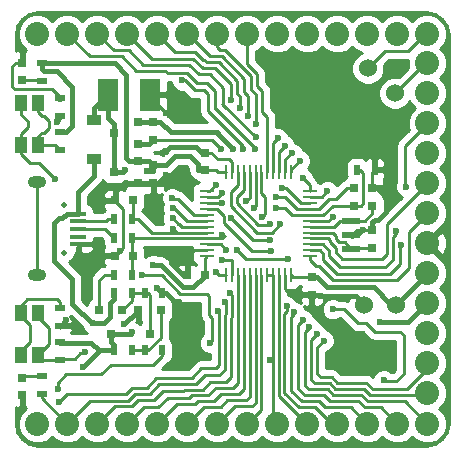
<source format=gbr>
G04 #@! TF.FileFunction,Copper,L1,Top,Signal*
%FSLAX46Y46*%
G04 Gerber Fmt 4.6, Leading zero omitted, Abs format (unit mm)*
G04 Created by KiCad (PCBNEW 4.0.4-stable) date 2016 October 10, Monday 23:42:28*
%MOMM*%
%LPD*%
G01*
G04 APERTURE LIST*
%ADD10C,0.100000*%
%ADD11R,1.300000X0.250000*%
%ADD12R,0.250000X1.300000*%
%ADD13R,0.800100X0.800100*%
%ADD14C,1.524000*%
%ADD15R,1.350000X0.400000*%
%ADD16O,1.550000X1.000000*%
%ADD17C,0.500000*%
%ADD18R,0.750000X0.800000*%
%ADD19R,0.800000X0.750000*%
%ADD20R,1.778000X2.794000*%
%ADD21R,1.220000X0.910000*%
%ADD22R,0.797560X0.797560*%
%ADD23C,2.032000*%
%ADD24R,0.500000X0.900000*%
%ADD25R,0.900000X0.500000*%
%ADD26R,1.050000X1.400000*%
%ADD27R,1.600000X0.500000*%
%ADD28C,0.600000*%
%ADD29C,0.250000*%
%ADD30C,0.400000*%
%ADD31C,0.254000*%
G04 APERTURE END LIST*
D10*
D11*
X25622500Y-21355500D03*
X25622500Y-20855500D03*
X25622500Y-20355500D03*
X25622500Y-19855500D03*
X25622500Y-19355500D03*
X25622500Y-18855500D03*
X25622500Y-18355500D03*
X25622500Y-17855500D03*
X25622500Y-17355500D03*
X25622500Y-16855500D03*
X25622500Y-16355500D03*
X25622500Y-15855500D03*
D12*
X24022500Y-14255500D03*
X23522500Y-14255500D03*
X23022500Y-14255500D03*
X22522500Y-14255500D03*
X22022500Y-14255500D03*
X21522500Y-14255500D03*
X21022500Y-14255500D03*
X20522500Y-14255500D03*
X20022500Y-14255500D03*
X19522500Y-14255500D03*
X19022500Y-14255500D03*
X18522500Y-14255500D03*
D11*
X16922500Y-15855500D03*
X16922500Y-16355500D03*
X16922500Y-16855500D03*
X16922500Y-17355500D03*
X16922500Y-17855500D03*
X16922500Y-18355500D03*
X16922500Y-18855500D03*
X16922500Y-19355500D03*
X16922500Y-19855500D03*
X16922500Y-20355500D03*
X16922500Y-20855500D03*
X16922500Y-21355500D03*
D12*
X18522500Y-22955500D03*
X19022500Y-22955500D03*
X19522500Y-22955500D03*
X20022500Y-22955500D03*
X20522500Y-22955500D03*
X21022500Y-22955500D03*
X21522500Y-22955500D03*
X22022500Y-22955500D03*
X22522500Y-22955500D03*
X23022500Y-22955500D03*
X23522500Y-22955500D03*
X24022500Y-22955500D03*
D13*
X9713000Y-25923240D03*
X7813000Y-25923240D03*
X8763000Y-27922220D03*
D14*
X32893000Y-25527000D03*
D15*
X6007540Y-17749100D03*
X6007540Y-18399100D03*
X6007540Y-19049100D03*
X6007540Y-19699100D03*
X6007540Y-20349100D03*
D16*
X2540000Y-15113000D03*
X2540000Y-22987000D03*
D17*
X4845000Y-21050000D03*
X4845000Y-17050000D03*
D18*
X29400500Y-17069500D03*
X29400500Y-15569500D03*
X25781000Y-23126000D03*
X25781000Y-24626000D03*
D19*
X16752000Y-22987000D03*
X15252000Y-22987000D03*
D18*
X16764000Y-14085000D03*
X16764000Y-12585000D03*
D19*
X10656000Y-21336000D03*
X9156000Y-21336000D03*
X10656000Y-16637000D03*
X9156000Y-16637000D03*
D20*
X8509000Y-7683500D03*
X12065000Y-7683500D03*
D18*
X12382500Y-13664500D03*
X12382500Y-15164500D03*
X12382500Y-9981500D03*
X12382500Y-11481500D03*
X30924500Y-19125500D03*
X30924500Y-20625500D03*
X30924500Y-15569500D03*
X30924500Y-17069500D03*
D21*
X7366000Y-9858500D03*
X7366000Y-13128500D03*
D22*
X1270000Y-6464300D03*
X1270000Y-4965700D03*
X1270000Y-31635700D03*
X1270000Y-33134300D03*
D23*
X33020000Y-2540000D03*
X35560000Y-2540000D03*
X17780000Y-2540000D03*
X20320000Y-2540000D03*
X22860000Y-2540000D03*
X30480000Y-2540000D03*
X27940000Y-2540000D03*
X25400000Y-2540000D03*
X10160000Y-2540000D03*
X12700000Y-2540000D03*
X15240000Y-2540000D03*
X7620000Y-2540000D03*
X5080000Y-2540000D03*
X2540000Y-2540000D03*
X33020000Y-35560000D03*
X35560000Y-35560000D03*
X17780000Y-35560000D03*
X20320000Y-35560000D03*
X22860000Y-35560000D03*
X30480000Y-35560000D03*
X27940000Y-35560000D03*
X25400000Y-35560000D03*
X10160000Y-35560000D03*
X12700000Y-35560000D03*
X15240000Y-35560000D03*
X7620000Y-35560000D03*
X5080000Y-35560000D03*
X2540000Y-35560000D03*
X35560000Y-20256500D03*
X35560000Y-22796500D03*
X35560000Y-25336500D03*
X35560000Y-32956500D03*
X35560000Y-30416500D03*
X35560000Y-27876500D03*
X35560000Y-12636500D03*
X35560000Y-15176500D03*
X35560000Y-17716500D03*
X35560000Y-10096500D03*
X35560000Y-7556500D03*
X35560000Y-5016500D03*
D13*
X13015000Y-25923240D03*
X11115000Y-25923240D03*
X12065000Y-27922220D03*
D24*
X13132500Y-29337000D03*
X11632500Y-29337000D03*
X10529000Y-29337000D03*
X9029000Y-29337000D03*
X10529000Y-18224500D03*
X9029000Y-18224500D03*
X10529000Y-19812000D03*
X9029000Y-19812000D03*
X10529000Y-24511000D03*
X9029000Y-24511000D03*
X13132500Y-24511000D03*
X11632500Y-24511000D03*
X10529000Y-22923500D03*
X9029000Y-22923500D03*
X31103000Y-14033500D03*
X29603000Y-14033500D03*
D25*
X2921000Y-6528500D03*
X2921000Y-5028500D03*
X4445000Y-10870500D03*
X4445000Y-12370500D03*
X4445000Y-7949500D03*
X4445000Y-9449500D03*
X2921000Y-31508000D03*
X2921000Y-33008000D03*
X4445000Y-30150500D03*
X4445000Y-28650500D03*
X4445000Y-25729500D03*
X4445000Y-27229500D03*
D26*
X2630000Y-11960000D03*
X2630000Y-8360000D03*
X1180000Y-11960000D03*
X1180000Y-8360000D03*
X2630000Y-29740000D03*
X2630000Y-26140000D03*
X1180000Y-29740000D03*
X1180000Y-26140000D03*
D13*
X11033760Y-15174000D03*
X11033760Y-13274000D03*
X9034780Y-14224000D03*
X11033760Y-11872000D03*
X11033760Y-9972000D03*
X9034780Y-10922000D03*
D27*
X29146500Y-18358000D03*
X29146500Y-19558000D03*
X29146500Y-20758000D03*
D14*
X30543500Y-5461000D03*
X32829500Y-7556500D03*
X30226000Y-25463500D03*
D28*
X18097500Y-12255500D03*
X22796500Y-17272000D03*
X22796500Y-16319500D03*
X19113500Y-12255500D03*
X6413500Y-30734000D03*
X12319000Y-22098000D03*
X11811000Y-14160500D03*
X10604500Y-27813000D03*
X26606500Y-24765000D03*
X14541500Y-25273000D03*
X5016500Y-26733500D03*
X13462000Y-14478000D03*
X13462000Y-12573000D03*
X9906000Y-27114500D03*
X12700000Y-24066500D03*
X13017500Y-21145500D03*
X13462000Y-9271000D03*
X9588500Y-20955000D03*
X30150500Y-19125500D03*
X18224500Y-19558000D03*
X14033500Y-19050000D03*
X31559500Y-26924000D03*
X9969500Y-14033500D03*
X7239000Y-27051000D03*
X18542000Y-20828000D03*
X21082000Y-10160000D03*
X22923500Y-11366500D03*
X13970000Y-16446500D03*
X14033500Y-18161000D03*
X14033500Y-17272000D03*
X24765000Y-13271500D03*
X18986500Y-8128000D03*
X19685000Y-8826500D03*
X24130000Y-12636500D03*
X20383500Y-9525000D03*
X23495000Y-12001500D03*
X21082000Y-11303000D03*
X25019000Y-14732000D03*
X27114500Y-15875000D03*
X20955000Y-12255500D03*
X19939000Y-12319000D03*
X23304500Y-15621000D03*
X14795500Y-6477000D03*
X25019000Y-26733500D03*
X17653000Y-15303500D03*
X25590500Y-27368500D03*
X23812500Y-21590000D03*
X19494500Y-20828000D03*
X18161000Y-16002000D03*
X22288500Y-30162500D03*
X17145000Y-28702000D03*
X11430000Y-22987000D03*
X4064000Y-14795500D03*
X4191000Y-10033000D03*
X24320500Y-26098500D03*
X23114000Y-18669000D03*
X23685500Y-25590500D03*
X22225000Y-18669000D03*
X4318000Y-32639000D03*
X20256500Y-16700500D03*
X18859500Y-24511000D03*
X18415000Y-25273000D03*
X20891500Y-17272000D03*
X17843500Y-25971500D03*
X21590000Y-18034000D03*
X4381500Y-33718500D03*
X26225500Y-27940000D03*
X22288500Y-20002500D03*
X18986500Y-18161000D03*
X18161000Y-16891000D03*
X26797000Y-28511500D03*
X22352000Y-20955000D03*
X31877000Y-31877000D03*
X27559000Y-18034000D03*
X27559000Y-25844500D03*
X6604000Y-29464000D03*
X32956500Y-19240500D03*
X33337500Y-20383500D03*
X33782000Y-15494000D03*
X18224500Y-21653500D03*
X17716500Y-22733000D03*
D29*
X29400500Y-17069500D02*
X29920500Y-17069500D01*
X29908500Y-14033500D02*
X29603000Y-14033500D01*
X30162500Y-14287500D02*
X29908500Y-14033500D01*
X30162500Y-16827500D02*
X30162500Y-14287500D01*
X29920500Y-17069500D02*
X30162500Y-16827500D01*
X29400500Y-17069500D02*
X27571000Y-17069500D01*
X26735002Y-17905498D02*
X25622500Y-17905498D01*
X27571000Y-17069500D02*
X26735002Y-17905498D01*
X25622500Y-17905498D02*
X25622500Y-17855500D01*
X25622500Y-17855500D02*
X24142000Y-17855500D01*
X17323500Y-11481500D02*
X12382500Y-11481500D01*
X18097500Y-12255500D02*
X17323500Y-11481500D01*
X23558500Y-17272000D02*
X22796500Y-17272000D01*
X24142000Y-17855500D02*
X23558500Y-17272000D01*
D30*
X11033760Y-11872000D02*
X11992000Y-11872000D01*
X11992000Y-11872000D02*
X12382500Y-11481500D01*
X12382500Y-9981500D02*
X12966000Y-9981500D01*
X17843500Y-10922000D02*
X17843500Y-10985500D01*
X17780000Y-10858500D02*
X17843500Y-10922000D01*
X13843000Y-10858500D02*
X17780000Y-10858500D01*
X12966000Y-9981500D02*
X13843000Y-10858500D01*
X12382500Y-9981500D02*
X12521500Y-9981500D01*
X17843500Y-10985500D02*
X19113500Y-12255500D01*
D29*
X24531000Y-17355500D02*
X23495000Y-16319500D01*
X23495000Y-16319500D02*
X22796500Y-16319500D01*
X25622500Y-17355500D02*
X24531000Y-17355500D01*
X25622500Y-17355500D02*
X26396000Y-17355500D01*
X28753500Y-15569500D02*
X29400500Y-15569500D01*
X27813000Y-16510000D02*
X28753500Y-15569500D01*
X27241500Y-16510000D02*
X27813000Y-16510000D01*
X26396000Y-17355500D02*
X27241500Y-16510000D01*
D30*
X11033760Y-9972000D02*
X12373000Y-9972000D01*
X12373000Y-9972000D02*
X12382500Y-9981500D01*
X7747000Y-29400500D02*
X7747000Y-29337000D01*
X6413500Y-30734000D02*
X7747000Y-29400500D01*
X12382500Y-13664500D02*
X13450000Y-13664500D01*
X16141000Y-14085000D02*
X16764000Y-14085000D01*
X16129000Y-14097000D02*
X16141000Y-14085000D01*
X16129000Y-13525500D02*
X16129000Y-14097000D01*
X15494000Y-12890500D02*
X16129000Y-13525500D01*
X14224000Y-12890500D02*
X15494000Y-12890500D01*
X13450000Y-13664500D02*
X14224000Y-12890500D01*
X4445000Y-28650500D02*
X4496500Y-28702000D01*
X4496500Y-28702000D02*
X7112000Y-28702000D01*
X7112000Y-28702000D02*
X7747000Y-29337000D01*
X4445000Y-28650500D02*
X4457000Y-28638500D01*
X28575000Y-24003000D02*
X30480000Y-24003000D01*
X31051500Y-24003000D02*
X32448500Y-25400000D01*
X30480000Y-24003000D02*
X31051500Y-24003000D01*
X7747000Y-29337000D02*
X9029000Y-29337000D01*
X16752000Y-22987000D02*
X16752000Y-22999000D01*
X16752000Y-22999000D02*
X15748000Y-24003000D01*
X13017500Y-22098000D02*
X12319000Y-22098000D01*
X14922500Y-24003000D02*
X13017500Y-22098000D01*
X15748000Y-24003000D02*
X14922500Y-24003000D01*
X12382500Y-13664500D02*
X12382500Y-14097000D01*
X12319000Y-14160500D02*
X11811000Y-14160500D01*
X12382500Y-14097000D02*
X12319000Y-14160500D01*
X8763000Y-27922220D02*
X10495280Y-27922220D01*
X10495280Y-27922220D02*
X10604500Y-27813000D01*
X9029000Y-29337000D02*
X9029000Y-28904500D01*
X9029000Y-28904500D02*
X8763000Y-28638500D01*
X8763000Y-28638500D02*
X8763000Y-27922220D01*
X33020000Y-25400000D02*
X35560000Y-22860000D01*
D29*
X35294000Y-23126000D02*
X35560000Y-22860000D01*
D30*
X32448500Y-25400000D02*
X33020000Y-25400000D01*
X25781000Y-23126000D02*
X26237500Y-23126000D01*
X27114500Y-24003000D02*
X28575000Y-24003000D01*
X26237500Y-23126000D02*
X27114500Y-24003000D01*
D29*
X16752000Y-22987000D02*
X16510000Y-22987000D01*
X12382500Y-13716000D02*
X12382500Y-13664500D01*
D30*
X2921000Y-5028500D02*
X2921000Y-5524500D01*
X5004500Y-10870500D02*
X4445000Y-10870500D01*
X5524500Y-10350500D02*
X5004500Y-10870500D01*
X5524500Y-7048500D02*
X5524500Y-10350500D01*
X4191000Y-5715000D02*
X5524500Y-7048500D01*
X3111500Y-5715000D02*
X4191000Y-5715000D01*
X2921000Y-5524500D02*
X3111500Y-5715000D01*
X2921000Y-5028500D02*
X9092500Y-5028500D01*
X9092500Y-5028500D02*
X10096500Y-6032500D01*
X10096500Y-6032500D02*
X10096500Y-13017500D01*
X10096500Y-13017500D02*
X10353000Y-13274000D01*
X10353000Y-13274000D02*
X11033760Y-13274000D01*
D29*
X25781000Y-23126000D02*
X24193000Y-23126000D01*
X24193000Y-23126000D02*
X24022500Y-22955500D01*
X16752000Y-22987000D02*
X16752000Y-21526000D01*
X16752000Y-21526000D02*
X16922500Y-21355500D01*
X18522500Y-14255500D02*
X17811500Y-14255500D01*
X17811500Y-14255500D02*
X17641000Y-14085000D01*
X17641000Y-14085000D02*
X16764000Y-14085000D01*
D30*
X11033760Y-13274000D02*
X11992000Y-13274000D01*
X11992000Y-13274000D02*
X12382500Y-13664500D01*
X26606500Y-24765000D02*
X29527500Y-24765000D01*
X26467500Y-24626000D02*
X26606500Y-24765000D01*
X25781000Y-24626000D02*
X26467500Y-24626000D01*
X29527500Y-24765000D02*
X30226000Y-25463500D01*
X13132500Y-24511000D02*
X13462000Y-24511000D01*
X14224000Y-25273000D02*
X14541500Y-25273000D01*
X13462000Y-24511000D02*
X14224000Y-25273000D01*
X4445000Y-27229500D02*
X4520500Y-27229500D01*
X4520500Y-27229500D02*
X5016500Y-26733500D01*
X12382500Y-15164500D02*
X12775500Y-15164500D01*
X12775500Y-15164500D02*
X13462000Y-14478000D01*
X13462000Y-12573000D02*
X13462000Y-12446000D01*
X13462000Y-12446000D02*
X13779500Y-12128500D01*
X13779500Y-12128500D02*
X16002000Y-12128500D01*
X16002000Y-12128500D02*
X16458500Y-12585000D01*
X16458500Y-12585000D02*
X16764000Y-12585000D01*
X11115000Y-25923240D02*
X10985500Y-26052740D01*
X10985500Y-26052740D02*
X10967760Y-26052740D01*
X10967760Y-26052740D02*
X9906000Y-27114500D01*
X15252000Y-22987000D02*
X14859000Y-22987000D01*
X14859000Y-22987000D02*
X13843000Y-21971000D01*
X12700000Y-24066500D02*
X13132500Y-24499000D01*
X13081000Y-21082000D02*
X13017500Y-21145500D01*
X13462000Y-21082000D02*
X13081000Y-21082000D01*
X13843000Y-21463000D02*
X13462000Y-21082000D01*
X13843000Y-21971000D02*
X13843000Y-21463000D01*
X13132500Y-24499000D02*
X13132500Y-24511000D01*
X30924500Y-15569500D02*
X31317500Y-15569500D01*
X30924500Y-18478500D02*
X30924500Y-19125500D01*
X31115000Y-18288000D02*
X30924500Y-18478500D01*
X31369000Y-18288000D02*
X31115000Y-18288000D01*
X32067500Y-17589500D02*
X31369000Y-18288000D01*
X32067500Y-16319500D02*
X32067500Y-17589500D01*
X31317500Y-15569500D02*
X32067500Y-16319500D01*
D29*
X13132500Y-24511000D02*
X13132500Y-24181500D01*
X1270000Y-33134300D02*
X1282700Y-33134300D01*
X4445000Y-27229500D02*
X4445000Y-27432000D01*
X12065000Y-7683500D02*
X12065000Y-7874000D01*
X12065000Y-7874000D02*
X13462000Y-9271000D01*
X11033760Y-15174000D02*
X9972000Y-15174000D01*
X9156000Y-15990000D02*
X9156000Y-16637000D01*
X9972000Y-15174000D02*
X9156000Y-15990000D01*
X11033760Y-15174000D02*
X12373000Y-15174000D01*
X12373000Y-15174000D02*
X12382500Y-15164500D01*
X9156000Y-16637000D02*
X9156000Y-16712500D01*
X9156000Y-16712500D02*
X9842500Y-17399000D01*
X9842500Y-17399000D02*
X9842500Y-20649500D01*
X9842500Y-20649500D02*
X9156000Y-21336000D01*
X9156000Y-21336000D02*
X9207500Y-21336000D01*
X9207500Y-21336000D02*
X9588500Y-20955000D01*
X11115000Y-25923240D02*
X11115000Y-25969000D01*
X30924500Y-15569500D02*
X30924500Y-14212000D01*
X30924500Y-14212000D02*
X31103000Y-14033500D01*
X29146500Y-19558000D02*
X29718000Y-19558000D01*
X29718000Y-19558000D02*
X30150500Y-19125500D01*
X30924500Y-19125500D02*
X29579000Y-19125500D01*
X29579000Y-19125500D02*
X29146500Y-19558000D01*
X15252000Y-22987000D02*
X15252000Y-21387500D01*
X15784000Y-20855500D02*
X16922500Y-20855500D01*
X15252000Y-21387500D02*
X15784000Y-20855500D01*
X23522500Y-22955500D02*
X23522500Y-24157500D01*
X23991000Y-24626000D02*
X25781000Y-24626000D01*
X23522500Y-24157500D02*
X23991000Y-24626000D01*
X4445000Y-7949500D02*
X4445000Y-7874000D01*
X4445000Y-7874000D02*
X3810000Y-7239000D01*
X3810000Y-7239000D02*
X635000Y-7239000D01*
X635000Y-7239000D02*
X444500Y-7048500D01*
X444500Y-7048500D02*
X444500Y-5270500D01*
X444500Y-5270500D02*
X749300Y-4965700D01*
X749300Y-4965700D02*
X1270000Y-4965700D01*
D30*
X6007540Y-20349100D02*
X7141100Y-20349100D01*
X8128000Y-21336000D02*
X9156000Y-21336000D01*
X7141100Y-20349100D02*
X8128000Y-21336000D01*
D29*
X19022500Y-14255500D02*
X19022500Y-13371000D01*
X19022500Y-13371000D02*
X18796000Y-13144500D01*
X18796000Y-13144500D02*
X17843500Y-13144500D01*
X17843500Y-13144500D02*
X17284000Y-12585000D01*
X17284000Y-12585000D02*
X16764000Y-12585000D01*
X16922500Y-19855500D02*
X18181000Y-19855500D01*
X18181000Y-19855500D02*
X18415000Y-19621500D01*
X18415000Y-19621500D02*
X18288000Y-19621500D01*
X18288000Y-19621500D02*
X18224500Y-19558000D01*
X10529000Y-22923500D02*
X10529000Y-21463000D01*
X10529000Y-21463000D02*
X10656000Y-21336000D01*
X10529000Y-19812000D02*
X10529000Y-21209000D01*
X10529000Y-21209000D02*
X10656000Y-21336000D01*
X10529000Y-19812000D02*
X16879000Y-19812000D01*
X16879000Y-19812000D02*
X16922500Y-19855500D01*
X16922500Y-19355500D02*
X14339000Y-19355500D01*
X14339000Y-19355500D02*
X14033500Y-19050000D01*
X10656000Y-16637000D02*
X10656000Y-18097500D01*
X10656000Y-18097500D02*
X10529000Y-18224500D01*
X10529000Y-18224500D02*
X11112500Y-18224500D01*
X12249998Y-19361998D02*
X16510000Y-19361998D01*
X11112500Y-18224500D02*
X12249998Y-19361998D01*
X16510000Y-19361998D02*
X16922500Y-19355500D01*
D30*
X31559500Y-26924000D02*
X31591250Y-26955750D01*
X31591250Y-26955750D02*
X33940750Y-26955750D01*
X33940750Y-26955750D02*
X35560000Y-25336500D01*
X35560000Y-25336500D02*
X35560000Y-25654000D01*
X35306000Y-25400000D02*
X35560000Y-25400000D01*
X9779000Y-14224000D02*
X9034780Y-14224000D01*
X9969500Y-14033500D02*
X9779000Y-14224000D01*
X9034780Y-10922000D02*
X9034780Y-14224000D01*
X8509000Y-7683500D02*
X8509000Y-9652000D01*
X9034780Y-10177780D02*
X9034780Y-10922000D01*
X8509000Y-9652000D02*
X9034780Y-10177780D01*
X7366000Y-9858500D02*
X7366000Y-8826500D01*
X7366000Y-8826500D02*
X8509000Y-7683500D01*
D29*
X25622500Y-19355500D02*
X27547000Y-19355500D01*
X28581500Y-20193000D02*
X29146500Y-20758000D01*
X28130500Y-20193000D02*
X28581500Y-20193000D01*
X27813000Y-19875500D02*
X28130500Y-20193000D01*
X27813000Y-19621500D02*
X27813000Y-19875500D01*
X27547000Y-19355500D02*
X27813000Y-19621500D01*
X30924500Y-20625500D02*
X29279000Y-20625500D01*
X29279000Y-20625500D02*
X29146500Y-20758000D01*
X30924500Y-17069500D02*
X30924500Y-17716500D01*
X30283000Y-18358000D02*
X29146500Y-18358000D01*
X30924500Y-17716500D02*
X30283000Y-18358000D01*
X29146500Y-18358000D02*
X28187500Y-18358000D01*
X27690000Y-18855500D02*
X25622500Y-18855500D01*
X28187500Y-18358000D02*
X27690000Y-18855500D01*
D30*
X9029000Y-24511000D02*
X9029000Y-25007000D01*
X8699500Y-25336500D02*
X8699500Y-26543000D01*
X8699500Y-26543000D02*
X8191500Y-27051000D01*
X8191500Y-27051000D02*
X7239000Y-27051000D01*
X9029000Y-25007000D02*
X8699500Y-25336500D01*
X7239000Y-27051000D02*
X7175500Y-27051000D01*
X5047400Y-17749100D02*
X6007540Y-17749100D01*
X4635500Y-18161000D02*
X5047400Y-17749100D01*
X4381500Y-18161000D02*
X4635500Y-18161000D01*
X4000500Y-18542000D02*
X4381500Y-18161000D01*
X4000500Y-21780500D02*
X4000500Y-18542000D01*
X5524500Y-23304500D02*
X4000500Y-21780500D01*
X5524500Y-25400000D02*
X5524500Y-23304500D01*
X7175500Y-27051000D02*
X5524500Y-25400000D01*
X6007540Y-17749100D02*
X6007540Y-15899960D01*
X7366000Y-14541500D02*
X7366000Y-13128500D01*
X6007540Y-15899960D02*
X7366000Y-14541500D01*
D29*
X1270000Y-6464300D02*
X2856800Y-6464300D01*
X2856800Y-6464300D02*
X2921000Y-6528500D01*
X2921000Y-31508000D02*
X1397700Y-31508000D01*
X1397700Y-31508000D02*
X1270000Y-31635700D01*
X6007540Y-18399100D02*
X8334400Y-18399100D01*
X8509000Y-18224500D02*
X9029000Y-18224500D01*
X8334400Y-18399100D02*
X8509000Y-18224500D01*
X6007540Y-19049100D02*
X8266100Y-19049100D01*
X8266100Y-19049100D02*
X9029000Y-19812000D01*
X2540000Y-15113000D02*
X2540000Y-22987000D01*
X35560000Y-2540000D02*
X35369500Y-2540000D01*
X35369500Y-2540000D02*
X33909000Y-4000500D01*
X32004000Y-4000500D02*
X30543500Y-5461000D01*
X33909000Y-4000500D02*
X32004000Y-4000500D01*
X16922500Y-20355500D02*
X18069500Y-20355500D01*
X18069500Y-20355500D02*
X18542000Y-20828000D01*
X17780000Y-2540000D02*
X17780000Y-3683000D01*
X21082000Y-7683500D02*
X21082000Y-7874000D01*
X20637500Y-7239000D02*
X21082000Y-7683500D01*
X20637500Y-6096000D02*
X20637500Y-7239000D01*
X18478500Y-3937000D02*
X20637500Y-6096000D01*
X18034000Y-3937000D02*
X18478500Y-3937000D01*
X17780000Y-3683000D02*
X18034000Y-3937000D01*
X21082000Y-7874000D02*
X21082000Y-10160000D01*
X22522500Y-14255500D02*
X22522500Y-11767500D01*
X22522500Y-11767500D02*
X22923500Y-11366500D01*
X22022500Y-14255500D02*
X22022500Y-9576500D01*
X20320000Y-5080000D02*
X20320000Y-2540000D01*
X21145500Y-5905500D02*
X20320000Y-5080000D01*
X21145500Y-6921500D02*
X21145500Y-5905500D01*
X21590000Y-7366000D02*
X21145500Y-6921500D01*
X21590000Y-9144000D02*
X21590000Y-7366000D01*
X22022500Y-9576500D02*
X21590000Y-9144000D01*
X14001750Y-16478250D02*
X14446250Y-16478250D01*
X13970000Y-16446500D02*
X14001750Y-16478250D01*
X16922500Y-17855500D02*
X15823500Y-17855500D01*
X15823500Y-17855500D02*
X14446250Y-16478250D01*
X16922500Y-18855500D02*
X14791500Y-18855500D01*
X14478000Y-18605500D02*
X14033500Y-18161000D01*
X14541500Y-18605500D02*
X14478000Y-18605500D01*
X14791500Y-18855500D02*
X14541500Y-18605500D01*
X16922500Y-18355500D02*
X15180500Y-18355500D01*
X14097000Y-17272000D02*
X14033500Y-17272000D01*
X15180500Y-18355500D02*
X14097000Y-17272000D01*
X16541750Y-5429250D02*
X17621250Y-5429250D01*
X18986500Y-6794500D02*
X18986500Y-8128000D01*
X17621250Y-5429250D02*
X18986500Y-6794500D01*
X24022500Y-14255500D02*
X24022500Y-14014000D01*
X24022500Y-14014000D02*
X24765000Y-13271500D01*
X16541750Y-5429250D02*
X15748000Y-4635500D01*
X15748000Y-4635500D02*
X12255500Y-4635500D01*
X12255500Y-4635500D02*
X10160000Y-2540000D01*
X16573500Y-4762500D02*
X16700500Y-4762500D01*
X19494500Y-7620000D02*
X19685000Y-7810500D01*
X19494500Y-6540500D02*
X19494500Y-7620000D01*
X17907000Y-4953000D02*
X19494500Y-6540500D01*
X16891000Y-4953000D02*
X17907000Y-4953000D01*
X16700500Y-4762500D02*
X16891000Y-4953000D01*
X23522500Y-14255500D02*
X23522500Y-13180500D01*
X19685000Y-8826500D02*
X19685000Y-7810500D01*
X24066500Y-12636500D02*
X24130000Y-12636500D01*
X23522500Y-13180500D02*
X24066500Y-12636500D01*
X14224000Y-4064000D02*
X12700000Y-2540000D01*
X15875000Y-4064000D02*
X14224000Y-4064000D01*
X16573500Y-4762500D02*
X15875000Y-4064000D01*
X15240000Y-2540000D02*
X15303500Y-2540000D01*
X15303500Y-2540000D02*
X17208500Y-4445000D01*
X20383500Y-7810500D02*
X20383500Y-9525000D01*
X20066000Y-7493000D02*
X20383500Y-7810500D01*
X20066000Y-6350000D02*
X20066000Y-7493000D01*
X18161000Y-4445000D02*
X20066000Y-6350000D01*
X17208500Y-4445000D02*
X18161000Y-4445000D01*
X23022500Y-14255500D02*
X23022500Y-12537500D01*
X23495000Y-12065000D02*
X23495000Y-12001500D01*
X23022500Y-12537500D02*
X23495000Y-12065000D01*
X18288000Y-7239000D02*
X18288000Y-8509000D01*
X18288000Y-8509000D02*
X18224500Y-8445500D01*
X21082000Y-11303000D02*
X18224500Y-8445500D01*
X25622500Y-15855500D02*
X25622500Y-15335500D01*
X25622500Y-15335500D02*
X25019000Y-14732000D01*
X17145000Y-5969000D02*
X16256000Y-5969000D01*
X18288000Y-7112000D02*
X17145000Y-5969000D01*
X18288000Y-7239000D02*
X18288000Y-7112000D01*
X11684000Y-5143500D02*
X11493500Y-5143500D01*
X9017000Y-3937000D02*
X7620000Y-2540000D01*
X15430500Y-5143500D02*
X16256000Y-5969000D01*
X11684000Y-5143500D02*
X15430500Y-5143500D01*
X11493500Y-5143500D02*
X10287000Y-3937000D01*
X10287000Y-3937000D02*
X9017000Y-3937000D01*
X15811500Y-6413500D02*
X16065500Y-6667500D01*
X17589500Y-7366000D02*
X17589500Y-8826500D01*
X16891000Y-6667500D02*
X17589500Y-7366000D01*
X16065500Y-6667500D02*
X16891000Y-6667500D01*
X17589500Y-8826500D02*
X17589500Y-8890000D01*
X17589500Y-8890000D02*
X17589500Y-8826500D01*
X15240000Y-5842000D02*
X13589000Y-5842000D01*
X6985000Y-4445000D02*
X5080000Y-2540000D01*
X9715500Y-4445000D02*
X6985000Y-4445000D01*
X10922000Y-5651500D02*
X9715500Y-4445000D01*
X13398500Y-5651500D02*
X10922000Y-5651500D01*
X13589000Y-5842000D02*
X13398500Y-5651500D01*
X20955000Y-12255500D02*
X20955000Y-12192000D01*
X26634000Y-16355500D02*
X27114500Y-15875000D01*
X25622500Y-16355500D02*
X26634000Y-16355500D01*
X20955000Y-12192000D02*
X17589500Y-8826500D01*
X15811500Y-6413500D02*
X15240000Y-5842000D01*
X14795500Y-6477000D02*
X15049500Y-6477000D01*
X17018000Y-7620000D02*
X17018000Y-9080500D01*
X16700500Y-7302500D02*
X17018000Y-7620000D01*
X15875000Y-7302500D02*
X16700500Y-7302500D01*
X15049500Y-6477000D02*
X15875000Y-7302500D01*
X19939000Y-12319000D02*
X19939000Y-12001500D01*
X19939000Y-12001500D02*
X17018000Y-9080500D01*
X23622000Y-15621000D02*
X23304500Y-15621000D01*
X24856500Y-16855500D02*
X23622000Y-15621000D01*
X25622500Y-16855500D02*
X24856500Y-16855500D01*
X25019000Y-26733500D02*
X25019000Y-26797000D01*
X25019000Y-26797000D02*
X24638000Y-27178000D01*
X24638000Y-27178000D02*
X24638000Y-32575500D01*
X24638000Y-32575500D02*
X25209500Y-33147000D01*
X25209500Y-33147000D02*
X26860500Y-33147000D01*
X26860500Y-33147000D02*
X27305000Y-33591500D01*
X27305000Y-33591500D02*
X29718000Y-33591500D01*
X29718000Y-33591500D02*
X30289500Y-34163000D01*
X30289500Y-34163000D02*
X31623000Y-34163000D01*
X31623000Y-34163000D02*
X31623000Y-34226500D01*
X31623000Y-34226500D02*
X31623000Y-34163000D01*
X16922500Y-15855500D02*
X17101000Y-15855500D01*
X17101000Y-15855500D02*
X17653000Y-15303500D01*
X31623000Y-34163000D02*
X33020000Y-35560000D01*
X25590500Y-27368500D02*
X25590500Y-27432000D01*
X30549002Y-33655000D02*
X33655000Y-33655000D01*
X29977502Y-33083500D02*
X30549002Y-33655000D01*
X27564502Y-33083500D02*
X29977502Y-33083500D01*
X27120002Y-32639000D02*
X27564502Y-33083500D01*
X25532502Y-32639000D02*
X27120002Y-32639000D01*
X25209500Y-32315998D02*
X25532502Y-32639000D01*
X25209500Y-27813000D02*
X25209500Y-32315998D01*
X25590500Y-27432000D02*
X25209500Y-27813000D01*
X16922500Y-16355500D02*
X17807500Y-16355500D01*
X33655000Y-33655000D02*
X35560000Y-35560000D01*
X20256500Y-21590000D02*
X23812500Y-21590000D01*
X19494500Y-20828000D02*
X20256500Y-21590000D01*
X17807500Y-16355500D02*
X18161000Y-16002000D01*
X21022500Y-22955500D02*
X21022500Y-33778000D01*
X20764500Y-34036000D02*
X19304000Y-34036000D01*
X21022500Y-33778000D02*
X20764500Y-34036000D01*
X19304000Y-34036000D02*
X17780000Y-35560000D01*
X21522500Y-22955500D02*
X21522500Y-34357500D01*
X21522500Y-34357500D02*
X20320000Y-35560000D01*
X22479000Y-30353000D02*
X22522500Y-30353000D01*
X22288500Y-30162500D02*
X22479000Y-30353000D01*
X22022500Y-22955500D02*
X22522500Y-22955500D01*
X13081000Y-22987000D02*
X14668500Y-24574500D01*
X17335500Y-26606500D02*
X17335500Y-28511500D01*
X17081500Y-26352500D02*
X17335500Y-26606500D01*
X17081500Y-24701500D02*
X17081500Y-26352500D01*
X16954500Y-24574500D02*
X17081500Y-24701500D01*
X14668500Y-24574500D02*
X16954500Y-24574500D01*
X17335500Y-28511500D02*
X17145000Y-28702000D01*
X13081000Y-22987000D02*
X11430000Y-22987000D01*
X1180000Y-11960000D02*
X1180000Y-12737000D01*
X2730500Y-13462000D02*
X4064000Y-14795500D01*
X1905000Y-13462000D02*
X2730500Y-13462000D01*
X1180000Y-12737000D02*
X1905000Y-13462000D01*
X4064000Y-14732000D02*
X4064000Y-14795500D01*
X4445000Y-9449500D02*
X4445000Y-9779000D01*
X4445000Y-9779000D02*
X4191000Y-10033000D01*
X22522500Y-22955500D02*
X22522500Y-28956000D01*
X22522500Y-28956000D02*
X22522500Y-30353000D01*
X22522500Y-30353000D02*
X22522500Y-30797500D01*
X22522500Y-30797500D02*
X22522500Y-35222500D01*
X22522500Y-35222500D02*
X22860000Y-35560000D01*
X1180000Y-8360000D02*
X1180000Y-9361000D01*
X1180000Y-10969500D02*
X1180000Y-11960000D01*
X1725000Y-10424500D02*
X1180000Y-10969500D01*
X1725000Y-9906000D02*
X1725000Y-10424500D01*
X1180000Y-9361000D02*
X1725000Y-9906000D01*
X24320500Y-26098500D02*
X24320500Y-26289000D01*
X29083000Y-34163000D02*
X30480000Y-35560000D01*
X24320500Y-26289000D02*
X24066500Y-26543000D01*
X24066500Y-26543000D02*
X24066500Y-32766000D01*
X24066500Y-32766000D02*
X24955500Y-33655000D01*
X24955500Y-33655000D02*
X26416000Y-33655000D01*
X26416000Y-33655000D02*
X26924000Y-34163000D01*
X26924000Y-34163000D02*
X29083000Y-34163000D01*
X19522500Y-14255500D02*
X19522500Y-15339000D01*
X22415500Y-19367500D02*
X23114000Y-18669000D01*
X21145500Y-19367500D02*
X22415500Y-19367500D01*
X18923000Y-17145000D02*
X21145500Y-19367500D01*
X18923000Y-15938500D02*
X18923000Y-17145000D01*
X19522500Y-15339000D02*
X18923000Y-15938500D01*
X23685500Y-25590500D02*
X23685500Y-26012502D01*
X26098500Y-34163000D02*
X27495500Y-35560000D01*
X23685500Y-26012502D02*
X23472502Y-26225500D01*
X23472502Y-26225500D02*
X23472502Y-32934002D01*
X23472502Y-32934002D02*
X24701500Y-34163000D01*
X24701500Y-34163000D02*
X26098500Y-34163000D01*
X27495500Y-35560000D02*
X27940000Y-35560000D01*
X20022500Y-14255500D02*
X20022500Y-15728000D01*
X22161500Y-18732500D02*
X22225000Y-18669000D01*
X21272500Y-18732500D02*
X22161500Y-18732500D01*
X19431000Y-16891000D02*
X21272500Y-18732500D01*
X19431000Y-16319500D02*
X19431000Y-16891000D01*
X20022500Y-15728000D02*
X19431000Y-16319500D01*
X4318000Y-32639000D02*
X4318000Y-32067500D01*
X8763000Y-30543500D02*
X12382500Y-30543500D01*
X7937500Y-31369000D02*
X8763000Y-30543500D01*
X5016500Y-31369000D02*
X7937500Y-31369000D01*
X4318000Y-32067500D02*
X5016500Y-31369000D01*
X13132500Y-29793500D02*
X12382500Y-30543500D01*
X13132500Y-29337000D02*
X13132500Y-29793500D01*
X23622000Y-33782000D02*
X25400000Y-35560000D01*
X13132500Y-29337000D02*
X13132500Y-29666500D01*
X23022500Y-22955500D02*
X23022500Y-33182500D01*
X23022500Y-33182500D02*
X23622000Y-33782000D01*
X19522500Y-31115000D02*
X19522500Y-32081002D01*
X12763500Y-34163000D02*
X11557000Y-34163000D01*
X13589000Y-33337500D02*
X12763500Y-34163000D01*
X15424998Y-33337500D02*
X13589000Y-33337500D01*
X15621000Y-33141498D02*
X15424998Y-33337500D01*
X17023502Y-33141498D02*
X15621000Y-33141498D01*
X17653000Y-32512000D02*
X17023502Y-33141498D01*
X17970500Y-32512000D02*
X17653000Y-32512000D01*
X19091502Y-32512000D02*
X17970500Y-32512000D01*
X19522500Y-32081002D02*
X19091502Y-32512000D01*
X19522500Y-22955500D02*
X19522500Y-31115000D01*
X11557000Y-34163000D02*
X10160000Y-35560000D01*
X20022500Y-31857000D02*
X20022500Y-32589002D01*
X15875000Y-33909000D02*
X14351000Y-33909000D01*
X16192500Y-33591500D02*
X15875000Y-33909000D01*
X17526000Y-33591500D02*
X16192500Y-33591500D01*
X18097500Y-33020000D02*
X17526000Y-33591500D01*
X19591502Y-33020000D02*
X18097500Y-33020000D01*
X20022500Y-32589002D02*
X19591502Y-33020000D01*
X20022500Y-22955500D02*
X20022500Y-31857000D01*
X14351000Y-33909000D02*
X12700000Y-35560000D01*
X12700000Y-34734500D02*
X12700000Y-35560000D01*
X20522500Y-22955500D02*
X20522500Y-33287502D01*
X18097500Y-34099500D02*
X16700500Y-34099500D01*
X18643498Y-33553502D02*
X18097500Y-34099500D01*
X20256500Y-33553502D02*
X18643498Y-33553502D01*
X20522500Y-33287502D02*
X20256500Y-33553502D01*
X16700500Y-34099500D02*
X15240000Y-35560000D01*
X20522500Y-14255500D02*
X20522500Y-16434500D01*
X20522500Y-16434500D02*
X20256500Y-16700500D01*
X18859500Y-24511000D02*
X19050000Y-24701500D01*
X19050000Y-24701500D02*
X19050000Y-26543000D01*
X19050000Y-26543000D02*
X18986500Y-26606500D01*
X18986500Y-26606500D02*
X18986500Y-31559500D01*
X18986500Y-31559500D02*
X18542000Y-32004000D01*
X18542000Y-32004000D02*
X17208500Y-32004000D01*
X17208500Y-32004000D02*
X16567998Y-32644502D01*
X16567998Y-32644502D02*
X15043998Y-32644502D01*
X15043998Y-32644502D02*
X14922500Y-32766000D01*
X14922500Y-32766000D02*
X13208000Y-32766000D01*
X13208000Y-32766000D02*
X12446000Y-33528000D01*
X12446000Y-33528000D02*
X11112500Y-33528000D01*
X11112500Y-33528000D02*
X10598998Y-34041502D01*
X10598998Y-34041502D02*
X9138498Y-34041502D01*
X9138498Y-34041502D02*
X7620000Y-35560000D01*
X7620000Y-35560000D02*
X7620000Y-35496500D01*
X7620000Y-35560000D02*
X7620000Y-35306000D01*
X7048500Y-33591500D02*
X5080000Y-35560000D01*
X10223500Y-33591500D02*
X7048500Y-33591500D01*
X10795000Y-33020000D02*
X10223500Y-33591500D01*
X12065000Y-33020000D02*
X10795000Y-33020000D01*
X12890500Y-32194500D02*
X12065000Y-33020000D01*
X16002000Y-32194500D02*
X12890500Y-32194500D01*
X16764000Y-31432500D02*
X16002000Y-32194500D01*
X17970500Y-31432500D02*
X16764000Y-31432500D01*
X18415000Y-30988000D02*
X17970500Y-31432500D01*
X18415000Y-26352500D02*
X18415000Y-30988000D01*
X18542000Y-26225500D02*
X18415000Y-26352500D01*
X18542000Y-25400000D02*
X18542000Y-26225500D01*
X18415000Y-25273000D02*
X18542000Y-25400000D01*
X5080000Y-35560000D02*
X5080000Y-35496500D01*
X21022500Y-17141000D02*
X21022500Y-14255500D01*
X20891500Y-17272000D02*
X21022500Y-17141000D01*
X5080000Y-35560000D02*
X5461000Y-35560000D01*
X2921000Y-33008000D02*
X2921000Y-33401000D01*
X2921000Y-33401000D02*
X5080000Y-35560000D01*
X5080000Y-33020000D02*
X4381500Y-33718500D01*
X10033000Y-33020000D02*
X5080000Y-33020000D01*
X10541000Y-32512000D02*
X10033000Y-33020000D01*
X11811000Y-32512000D02*
X10541000Y-32512000D01*
X12636500Y-31686500D02*
X11811000Y-32512000D01*
X15621000Y-31686500D02*
X12636500Y-31686500D01*
X16446500Y-30861000D02*
X15621000Y-31686500D01*
X17653000Y-30861000D02*
X16446500Y-30861000D01*
X17907000Y-30607000D02*
X17653000Y-30861000D01*
X17907000Y-26035000D02*
X17907000Y-30607000D01*
X17843500Y-25971500D02*
X17907000Y-26035000D01*
X21522500Y-15998000D02*
X21522500Y-14255500D01*
X21844000Y-16319500D02*
X21522500Y-15998000D01*
X21844000Y-17780000D02*
X21844000Y-16319500D01*
X21590000Y-18034000D02*
X21844000Y-17780000D01*
X25717500Y-31813500D02*
X26035000Y-32131000D01*
X25717500Y-28448000D02*
X25717500Y-31813500D01*
X26225500Y-27940000D02*
X25717500Y-28448000D01*
X30739502Y-33147000D02*
X35369500Y-33147000D01*
X30168002Y-32575500D02*
X30739502Y-33147000D01*
X27755002Y-32575500D02*
X30168002Y-32575500D01*
X27310502Y-32131000D02*
X27755002Y-32575500D01*
X26035000Y-32131000D02*
X27310502Y-32131000D01*
X35369500Y-33147000D02*
X35560000Y-32956500D01*
X16922500Y-16855500D02*
X18062000Y-16855500D01*
X20828000Y-20002500D02*
X22288500Y-20002500D01*
X18986500Y-18161000D02*
X20828000Y-20002500D01*
X18097500Y-16891000D02*
X18161000Y-16891000D01*
X18062000Y-16855500D02*
X18097500Y-16891000D01*
X26225500Y-31305500D02*
X26225500Y-29083000D01*
X26225500Y-29083000D02*
X26797000Y-28511500D01*
X26225500Y-29083000D02*
X26797000Y-28511500D01*
X17736500Y-17355500D02*
X18351500Y-17970500D01*
X18351500Y-17970500D02*
X18351500Y-18542000D01*
X18351500Y-18542000D02*
X20701000Y-20891500D01*
X20701000Y-20891500D02*
X22288500Y-20891500D01*
X22288500Y-20891500D02*
X22352000Y-20955000D01*
X16922500Y-17355500D02*
X17736500Y-17355500D01*
X26543000Y-31623000D02*
X27501002Y-31623000D01*
X27501002Y-31623000D02*
X27945502Y-32067500D01*
X27945502Y-32067500D02*
X30358502Y-32067500D01*
X30358502Y-32067500D02*
X30930002Y-32639000D01*
X30930002Y-32639000D02*
X33845500Y-32639000D01*
X33845500Y-32639000D02*
X35560000Y-30924500D01*
X26225500Y-31305500D02*
X26543000Y-31623000D01*
X35560000Y-30924500D02*
X35560000Y-30416500D01*
X35433000Y-30607000D02*
X35560000Y-30480000D01*
X33591500Y-31242000D02*
X33591500Y-31305500D01*
X33591500Y-31305500D02*
X32956500Y-31940500D01*
X27559000Y-25844500D02*
X28511500Y-25844500D01*
X31940500Y-31940500D02*
X31877000Y-31877000D01*
X32956500Y-31940500D02*
X31940500Y-31940500D01*
X33591500Y-28067000D02*
X33591500Y-31242000D01*
X33274000Y-27749500D02*
X33591500Y-28067000D01*
X31115000Y-27749500D02*
X33274000Y-27749500D01*
X30416500Y-27051000D02*
X31115000Y-27749500D01*
X29718000Y-27051000D02*
X30416500Y-27051000D01*
X28511500Y-25844500D02*
X29718000Y-27051000D01*
X27187502Y-18405498D02*
X25622500Y-18405498D01*
X27559000Y-18034000D02*
X27187502Y-18405498D01*
X6159500Y-29591000D02*
X5715000Y-30035500D01*
X6604000Y-29591000D02*
X6159500Y-29591000D01*
X6604000Y-29464000D02*
X6604000Y-29591000D01*
X4445000Y-30150500D02*
X4560000Y-30035500D01*
X5715000Y-30035500D02*
X4560000Y-30035500D01*
X25622500Y-18405498D02*
X25622500Y-18355500D01*
X2906000Y-26416000D02*
X2630000Y-26140000D01*
X4445000Y-30150500D02*
X3040500Y-30150500D01*
X3040500Y-30150500D02*
X2630000Y-29740000D01*
X2630000Y-26140000D02*
X2630000Y-26506000D01*
X2630000Y-26506000D02*
X3556000Y-27432000D01*
X3556000Y-27432000D02*
X3556000Y-28814000D01*
X3556000Y-28814000D02*
X2630000Y-29740000D01*
X32956500Y-19240500D02*
X32956500Y-19436502D01*
X32639000Y-19754002D02*
X32639000Y-21653500D01*
X32956500Y-19436502D02*
X32639000Y-19754002D01*
X25622500Y-20355500D02*
X26705500Y-20355500D01*
X26705500Y-20355500D02*
X27241500Y-20891500D01*
X27241500Y-20891500D02*
X27241500Y-21336000D01*
X27241500Y-21336000D02*
X28194000Y-22288500D01*
X28194000Y-22288500D02*
X32004000Y-22288500D01*
X32004000Y-22288500D02*
X32639000Y-21653500D01*
X25622500Y-19855500D02*
X27158000Y-19855500D01*
X32131000Y-18669000D02*
X35560000Y-15240000D01*
X32131000Y-21209000D02*
X32131000Y-18669000D01*
X31750000Y-21590000D02*
X32131000Y-21209000D01*
X28384500Y-21590000D02*
X31750000Y-21590000D01*
X27813000Y-21018500D02*
X28384500Y-21590000D01*
X27813000Y-20637500D02*
X27813000Y-21018500D01*
X27305000Y-20129500D02*
X27813000Y-20637500D01*
X27305000Y-20002500D02*
X27305000Y-20129500D01*
X27158000Y-19855500D02*
X27305000Y-20002500D01*
X25622500Y-21355500D02*
X25622500Y-21685500D01*
X34036000Y-19304000D02*
X35560000Y-17780000D01*
X34036000Y-22352000D02*
X34036000Y-19304000D01*
X33020000Y-23368000D02*
X34036000Y-22352000D01*
X27559000Y-23368000D02*
X33020000Y-23368000D01*
X26416000Y-22225000D02*
X27559000Y-23368000D01*
X26162000Y-22225000D02*
X26416000Y-22225000D01*
X25622500Y-21685500D02*
X26162000Y-22225000D01*
X33274000Y-21717000D02*
X33274000Y-22034500D01*
X33274000Y-22034500D02*
X32448500Y-22860000D01*
X33274000Y-21717000D02*
X33274000Y-21717000D01*
X33274000Y-20447000D02*
X33274000Y-21717000D01*
X33337500Y-20383500D02*
X33274000Y-20447000D01*
X25622500Y-20855500D02*
X26443500Y-20855500D01*
X33718500Y-12001500D02*
X35560000Y-10160000D01*
X33718500Y-15430500D02*
X33718500Y-12001500D01*
X33782000Y-15494000D02*
X33718500Y-15430500D01*
X27940000Y-22860000D02*
X32448500Y-22860000D01*
X26733500Y-21653500D02*
X27940000Y-22860000D01*
X26733500Y-21145500D02*
X26733500Y-21653500D01*
X26443500Y-20855500D02*
X26733500Y-21145500D01*
X19022500Y-22955500D02*
X19022500Y-21689500D01*
X18986500Y-21653500D02*
X18224500Y-21653500D01*
X19022500Y-21689500D02*
X18986500Y-21653500D01*
X35560000Y-5016500D02*
X35369500Y-5016500D01*
X35369500Y-5016500D02*
X32829500Y-7556500D01*
X18522500Y-22955500D02*
X17939000Y-22955500D01*
X17939000Y-22955500D02*
X17716500Y-22733000D01*
X11632500Y-29337000D02*
X11938000Y-29337000D01*
X13015000Y-28260000D02*
X13015000Y-25923240D01*
X11938000Y-29337000D02*
X13015000Y-28260000D01*
X10529000Y-29337000D02*
X11632500Y-29337000D01*
X11632500Y-24511000D02*
X11938000Y-24511000D01*
X12065000Y-24638000D02*
X12065000Y-27922220D01*
X11938000Y-24511000D02*
X12065000Y-24638000D01*
X10529000Y-24511000D02*
X11632500Y-24511000D01*
X10529000Y-24511000D02*
X10529000Y-25107240D01*
X10529000Y-25107240D02*
X9713000Y-25923240D01*
X9029000Y-22923500D02*
X8255000Y-22923500D01*
X7813000Y-23365500D02*
X7813000Y-25923240D01*
X8255000Y-22923500D02*
X7813000Y-23365500D01*
X2630000Y-11960000D02*
X2630000Y-11213000D01*
X2630000Y-9170500D02*
X2630000Y-8360000D01*
X2921000Y-9461500D02*
X2630000Y-9170500D01*
X3111500Y-9461500D02*
X2921000Y-9461500D01*
X3556000Y-9906000D02*
X3111500Y-9461500D01*
X3556000Y-10477500D02*
X3556000Y-9906000D01*
X3111500Y-10922000D02*
X3556000Y-10477500D01*
X2921000Y-10922000D02*
X3111500Y-10922000D01*
X2630000Y-11213000D02*
X2921000Y-10922000D01*
X2630000Y-11960000D02*
X4034500Y-11960000D01*
X4034500Y-11960000D02*
X4445000Y-12370500D01*
X1180000Y-26140000D02*
X1180000Y-25553500D01*
X1180000Y-25553500D02*
X1714500Y-25019000D01*
X4445000Y-25273000D02*
X4445000Y-25729500D01*
X4191000Y-25019000D02*
X4445000Y-25273000D01*
X1714500Y-25019000D02*
X4191000Y-25019000D01*
X1180000Y-26140000D02*
X1180000Y-26453000D01*
X1180000Y-26453000D02*
X1905000Y-27178000D01*
X1905000Y-27178000D02*
X1905000Y-28638500D01*
X1905000Y-28638500D02*
X1180000Y-29363500D01*
X1180000Y-29363500D02*
X1180000Y-29740000D01*
D31*
G36*
X36254989Y-862152D02*
X36844170Y-1255830D01*
X37237848Y-1845011D01*
X37390000Y-2609931D01*
X37390000Y-35490069D01*
X37237848Y-36254989D01*
X36844170Y-36844170D01*
X36254989Y-37237848D01*
X35490069Y-37390000D01*
X2609931Y-37390000D01*
X1845011Y-37237848D01*
X1255830Y-36844170D01*
X862152Y-36254989D01*
X710000Y-35490069D01*
X710000Y-34153620D01*
X744910Y-34168080D01*
X984250Y-34168080D01*
X1143000Y-34009330D01*
X1143000Y-33261300D01*
X1123000Y-33261300D01*
X1123000Y-33007300D01*
X1143000Y-33007300D01*
X1143000Y-32987300D01*
X1397000Y-32987300D01*
X1397000Y-33007300D01*
X1417000Y-33007300D01*
X1417000Y-33261300D01*
X1397000Y-33261300D01*
X1397000Y-34009330D01*
X1555750Y-34168080D01*
X1597444Y-34168080D01*
X1141166Y-34623563D01*
X889287Y-35230155D01*
X888714Y-35886963D01*
X1139534Y-36493995D01*
X1603563Y-36958834D01*
X2210155Y-37210713D01*
X2866963Y-37211286D01*
X3473995Y-36960466D01*
X3810179Y-36624868D01*
X4143563Y-36958834D01*
X4750155Y-37210713D01*
X5406963Y-37211286D01*
X6013995Y-36960466D01*
X6350179Y-36624868D01*
X6683563Y-36958834D01*
X7290155Y-37210713D01*
X7946963Y-37211286D01*
X8553995Y-36960466D01*
X8890179Y-36624868D01*
X9223563Y-36958834D01*
X9830155Y-37210713D01*
X10486963Y-37211286D01*
X11093995Y-36960466D01*
X11430179Y-36624868D01*
X11763563Y-36958834D01*
X12370155Y-37210713D01*
X13026963Y-37211286D01*
X13633995Y-36960466D01*
X13970179Y-36624868D01*
X14303563Y-36958834D01*
X14910155Y-37210713D01*
X15566963Y-37211286D01*
X16173995Y-36960466D01*
X16510179Y-36624868D01*
X16843563Y-36958834D01*
X17450155Y-37210713D01*
X18106963Y-37211286D01*
X18713995Y-36960466D01*
X19050179Y-36624868D01*
X19383563Y-36958834D01*
X19990155Y-37210713D01*
X20646963Y-37211286D01*
X21253995Y-36960466D01*
X21590179Y-36624868D01*
X21923563Y-36958834D01*
X22530155Y-37210713D01*
X23186963Y-37211286D01*
X23793995Y-36960466D01*
X24130179Y-36624868D01*
X24463563Y-36958834D01*
X25070155Y-37210713D01*
X25726963Y-37211286D01*
X26333995Y-36960466D01*
X26670179Y-36624868D01*
X27003563Y-36958834D01*
X27610155Y-37210713D01*
X28266963Y-37211286D01*
X28873995Y-36960466D01*
X29210179Y-36624868D01*
X29543563Y-36958834D01*
X30150155Y-37210713D01*
X30806963Y-37211286D01*
X31413995Y-36960466D01*
X31750179Y-36624868D01*
X32083563Y-36958834D01*
X32690155Y-37210713D01*
X33346963Y-37211286D01*
X33953995Y-36960466D01*
X34290179Y-36624868D01*
X34623563Y-36958834D01*
X35230155Y-37210713D01*
X35886963Y-37211286D01*
X36493995Y-36960466D01*
X36958834Y-36496437D01*
X37210713Y-35889845D01*
X37211286Y-35233037D01*
X36960466Y-34626005D01*
X36593118Y-34258016D01*
X36958834Y-33892937D01*
X37210713Y-33286345D01*
X37211286Y-32629537D01*
X36960466Y-32022505D01*
X36624868Y-31686321D01*
X36958834Y-31352937D01*
X37210713Y-30746345D01*
X37211286Y-30089537D01*
X36960466Y-29482505D01*
X36624868Y-29146321D01*
X36958834Y-28812937D01*
X37210713Y-28206345D01*
X37211286Y-27549537D01*
X36960466Y-26942505D01*
X36624868Y-26606321D01*
X36958834Y-26272937D01*
X37210713Y-25666345D01*
X37211286Y-25009537D01*
X36960466Y-24402505D01*
X36624868Y-24066321D01*
X36958834Y-23732937D01*
X37210713Y-23126345D01*
X37211286Y-22469537D01*
X36960466Y-21862505D01*
X36537634Y-21438935D01*
X36544502Y-21420607D01*
X35560000Y-20436105D01*
X35545858Y-20450248D01*
X35366253Y-20270643D01*
X35380395Y-20256500D01*
X35739605Y-20256500D01*
X36724107Y-21241002D01*
X36992622Y-21140380D01*
X37221816Y-20524858D01*
X37198014Y-19868481D01*
X36992622Y-19372620D01*
X36724107Y-19271998D01*
X35739605Y-20256500D01*
X35380395Y-20256500D01*
X35366253Y-20242358D01*
X35545858Y-20062753D01*
X35560000Y-20076895D01*
X36544502Y-19092393D01*
X36537453Y-19073583D01*
X36958834Y-18652937D01*
X37210713Y-18046345D01*
X37211286Y-17389537D01*
X36960466Y-16782505D01*
X36624868Y-16446321D01*
X36958834Y-16112937D01*
X37210713Y-15506345D01*
X37211286Y-14849537D01*
X36960466Y-14242505D01*
X36624868Y-13906321D01*
X36958834Y-13572937D01*
X37210713Y-12966345D01*
X37211286Y-12309537D01*
X36960466Y-11702505D01*
X36624868Y-11366321D01*
X36958834Y-11032937D01*
X37210713Y-10426345D01*
X37211286Y-9769537D01*
X36960466Y-9162505D01*
X36624868Y-8826321D01*
X36958834Y-8492937D01*
X37210713Y-7886345D01*
X37211286Y-7229537D01*
X36960466Y-6622505D01*
X36624868Y-6286321D01*
X36958834Y-5952937D01*
X37210713Y-5346345D01*
X37211286Y-4689537D01*
X36960466Y-4082505D01*
X36656618Y-3778126D01*
X36958834Y-3476437D01*
X37210713Y-2869845D01*
X37211286Y-2213037D01*
X36960466Y-1606005D01*
X36496437Y-1141166D01*
X35889845Y-889287D01*
X35233037Y-888714D01*
X34626005Y-1139534D01*
X34289821Y-1475132D01*
X33956437Y-1141166D01*
X33349845Y-889287D01*
X32693037Y-888714D01*
X32086005Y-1139534D01*
X31749821Y-1475132D01*
X31416437Y-1141166D01*
X30809845Y-889287D01*
X30153037Y-888714D01*
X29546005Y-1139534D01*
X29209821Y-1475132D01*
X28876437Y-1141166D01*
X28269845Y-889287D01*
X27613037Y-888714D01*
X27006005Y-1139534D01*
X26669821Y-1475132D01*
X26336437Y-1141166D01*
X25729845Y-889287D01*
X25073037Y-888714D01*
X24466005Y-1139534D01*
X24129821Y-1475132D01*
X23796437Y-1141166D01*
X23189845Y-889287D01*
X22533037Y-888714D01*
X21926005Y-1139534D01*
X21589821Y-1475132D01*
X21256437Y-1141166D01*
X20649845Y-889287D01*
X19993037Y-888714D01*
X19386005Y-1139534D01*
X19049821Y-1475132D01*
X18716437Y-1141166D01*
X18109845Y-889287D01*
X17453037Y-888714D01*
X16846005Y-1139534D01*
X16509821Y-1475132D01*
X16176437Y-1141166D01*
X15569845Y-889287D01*
X14913037Y-888714D01*
X14306005Y-1139534D01*
X13969821Y-1475132D01*
X13636437Y-1141166D01*
X13029845Y-889287D01*
X12373037Y-888714D01*
X11766005Y-1139534D01*
X11429821Y-1475132D01*
X11096437Y-1141166D01*
X10489845Y-889287D01*
X9833037Y-888714D01*
X9226005Y-1139534D01*
X8889821Y-1475132D01*
X8556437Y-1141166D01*
X7949845Y-889287D01*
X7293037Y-888714D01*
X6686005Y-1139534D01*
X6349821Y-1475132D01*
X6016437Y-1141166D01*
X5409845Y-889287D01*
X4753037Y-888714D01*
X4146005Y-1139534D01*
X3809821Y-1475132D01*
X3476437Y-1141166D01*
X2869845Y-889287D01*
X2213037Y-888714D01*
X1606005Y-1139534D01*
X1141166Y-1603563D01*
X889287Y-2210155D01*
X888714Y-2866963D01*
X1139534Y-3473995D01*
X1596661Y-3931920D01*
X1555750Y-3931920D01*
X1397000Y-4090670D01*
X1397000Y-4838700D01*
X1417000Y-4838700D01*
X1417000Y-5092700D01*
X1397000Y-5092700D01*
X1397000Y-5112700D01*
X1143000Y-5112700D01*
X1143000Y-5092700D01*
X1123000Y-5092700D01*
X1123000Y-4838700D01*
X1143000Y-4838700D01*
X1143000Y-4090670D01*
X984250Y-3931920D01*
X744910Y-3931920D01*
X710000Y-3946380D01*
X710000Y-2609931D01*
X862152Y-1845011D01*
X1255830Y-1255830D01*
X1845011Y-862152D01*
X2609931Y-710000D01*
X35490069Y-710000D01*
X36254989Y-862152D01*
X36254989Y-862152D01*
G37*
X36254989Y-862152D02*
X36844170Y-1255830D01*
X37237848Y-1845011D01*
X37390000Y-2609931D01*
X37390000Y-35490069D01*
X37237848Y-36254989D01*
X36844170Y-36844170D01*
X36254989Y-37237848D01*
X35490069Y-37390000D01*
X2609931Y-37390000D01*
X1845011Y-37237848D01*
X1255830Y-36844170D01*
X862152Y-36254989D01*
X710000Y-35490069D01*
X710000Y-34153620D01*
X744910Y-34168080D01*
X984250Y-34168080D01*
X1143000Y-34009330D01*
X1143000Y-33261300D01*
X1123000Y-33261300D01*
X1123000Y-33007300D01*
X1143000Y-33007300D01*
X1143000Y-32987300D01*
X1397000Y-32987300D01*
X1397000Y-33007300D01*
X1417000Y-33007300D01*
X1417000Y-33261300D01*
X1397000Y-33261300D01*
X1397000Y-34009330D01*
X1555750Y-34168080D01*
X1597444Y-34168080D01*
X1141166Y-34623563D01*
X889287Y-35230155D01*
X888714Y-35886963D01*
X1139534Y-36493995D01*
X1603563Y-36958834D01*
X2210155Y-37210713D01*
X2866963Y-37211286D01*
X3473995Y-36960466D01*
X3810179Y-36624868D01*
X4143563Y-36958834D01*
X4750155Y-37210713D01*
X5406963Y-37211286D01*
X6013995Y-36960466D01*
X6350179Y-36624868D01*
X6683563Y-36958834D01*
X7290155Y-37210713D01*
X7946963Y-37211286D01*
X8553995Y-36960466D01*
X8890179Y-36624868D01*
X9223563Y-36958834D01*
X9830155Y-37210713D01*
X10486963Y-37211286D01*
X11093995Y-36960466D01*
X11430179Y-36624868D01*
X11763563Y-36958834D01*
X12370155Y-37210713D01*
X13026963Y-37211286D01*
X13633995Y-36960466D01*
X13970179Y-36624868D01*
X14303563Y-36958834D01*
X14910155Y-37210713D01*
X15566963Y-37211286D01*
X16173995Y-36960466D01*
X16510179Y-36624868D01*
X16843563Y-36958834D01*
X17450155Y-37210713D01*
X18106963Y-37211286D01*
X18713995Y-36960466D01*
X19050179Y-36624868D01*
X19383563Y-36958834D01*
X19990155Y-37210713D01*
X20646963Y-37211286D01*
X21253995Y-36960466D01*
X21590179Y-36624868D01*
X21923563Y-36958834D01*
X22530155Y-37210713D01*
X23186963Y-37211286D01*
X23793995Y-36960466D01*
X24130179Y-36624868D01*
X24463563Y-36958834D01*
X25070155Y-37210713D01*
X25726963Y-37211286D01*
X26333995Y-36960466D01*
X26670179Y-36624868D01*
X27003563Y-36958834D01*
X27610155Y-37210713D01*
X28266963Y-37211286D01*
X28873995Y-36960466D01*
X29210179Y-36624868D01*
X29543563Y-36958834D01*
X30150155Y-37210713D01*
X30806963Y-37211286D01*
X31413995Y-36960466D01*
X31750179Y-36624868D01*
X32083563Y-36958834D01*
X32690155Y-37210713D01*
X33346963Y-37211286D01*
X33953995Y-36960466D01*
X34290179Y-36624868D01*
X34623563Y-36958834D01*
X35230155Y-37210713D01*
X35886963Y-37211286D01*
X36493995Y-36960466D01*
X36958834Y-36496437D01*
X37210713Y-35889845D01*
X37211286Y-35233037D01*
X36960466Y-34626005D01*
X36593118Y-34258016D01*
X36958834Y-33892937D01*
X37210713Y-33286345D01*
X37211286Y-32629537D01*
X36960466Y-32022505D01*
X36624868Y-31686321D01*
X36958834Y-31352937D01*
X37210713Y-30746345D01*
X37211286Y-30089537D01*
X36960466Y-29482505D01*
X36624868Y-29146321D01*
X36958834Y-28812937D01*
X37210713Y-28206345D01*
X37211286Y-27549537D01*
X36960466Y-26942505D01*
X36624868Y-26606321D01*
X36958834Y-26272937D01*
X37210713Y-25666345D01*
X37211286Y-25009537D01*
X36960466Y-24402505D01*
X36624868Y-24066321D01*
X36958834Y-23732937D01*
X37210713Y-23126345D01*
X37211286Y-22469537D01*
X36960466Y-21862505D01*
X36537634Y-21438935D01*
X36544502Y-21420607D01*
X35560000Y-20436105D01*
X35545858Y-20450248D01*
X35366253Y-20270643D01*
X35380395Y-20256500D01*
X35739605Y-20256500D01*
X36724107Y-21241002D01*
X36992622Y-21140380D01*
X37221816Y-20524858D01*
X37198014Y-19868481D01*
X36992622Y-19372620D01*
X36724107Y-19271998D01*
X35739605Y-20256500D01*
X35380395Y-20256500D01*
X35366253Y-20242358D01*
X35545858Y-20062753D01*
X35560000Y-20076895D01*
X36544502Y-19092393D01*
X36537453Y-19073583D01*
X36958834Y-18652937D01*
X37210713Y-18046345D01*
X37211286Y-17389537D01*
X36960466Y-16782505D01*
X36624868Y-16446321D01*
X36958834Y-16112937D01*
X37210713Y-15506345D01*
X37211286Y-14849537D01*
X36960466Y-14242505D01*
X36624868Y-13906321D01*
X36958834Y-13572937D01*
X37210713Y-12966345D01*
X37211286Y-12309537D01*
X36960466Y-11702505D01*
X36624868Y-11366321D01*
X36958834Y-11032937D01*
X37210713Y-10426345D01*
X37211286Y-9769537D01*
X36960466Y-9162505D01*
X36624868Y-8826321D01*
X36958834Y-8492937D01*
X37210713Y-7886345D01*
X37211286Y-7229537D01*
X36960466Y-6622505D01*
X36624868Y-6286321D01*
X36958834Y-5952937D01*
X37210713Y-5346345D01*
X37211286Y-4689537D01*
X36960466Y-4082505D01*
X36656618Y-3778126D01*
X36958834Y-3476437D01*
X37210713Y-2869845D01*
X37211286Y-2213037D01*
X36960466Y-1606005D01*
X36496437Y-1141166D01*
X35889845Y-889287D01*
X35233037Y-888714D01*
X34626005Y-1139534D01*
X34289821Y-1475132D01*
X33956437Y-1141166D01*
X33349845Y-889287D01*
X32693037Y-888714D01*
X32086005Y-1139534D01*
X31749821Y-1475132D01*
X31416437Y-1141166D01*
X30809845Y-889287D01*
X30153037Y-888714D01*
X29546005Y-1139534D01*
X29209821Y-1475132D01*
X28876437Y-1141166D01*
X28269845Y-889287D01*
X27613037Y-888714D01*
X27006005Y-1139534D01*
X26669821Y-1475132D01*
X26336437Y-1141166D01*
X25729845Y-889287D01*
X25073037Y-888714D01*
X24466005Y-1139534D01*
X24129821Y-1475132D01*
X23796437Y-1141166D01*
X23189845Y-889287D01*
X22533037Y-888714D01*
X21926005Y-1139534D01*
X21589821Y-1475132D01*
X21256437Y-1141166D01*
X20649845Y-889287D01*
X19993037Y-888714D01*
X19386005Y-1139534D01*
X19049821Y-1475132D01*
X18716437Y-1141166D01*
X18109845Y-889287D01*
X17453037Y-888714D01*
X16846005Y-1139534D01*
X16509821Y-1475132D01*
X16176437Y-1141166D01*
X15569845Y-889287D01*
X14913037Y-888714D01*
X14306005Y-1139534D01*
X13969821Y-1475132D01*
X13636437Y-1141166D01*
X13029845Y-889287D01*
X12373037Y-888714D01*
X11766005Y-1139534D01*
X11429821Y-1475132D01*
X11096437Y-1141166D01*
X10489845Y-889287D01*
X9833037Y-888714D01*
X9226005Y-1139534D01*
X8889821Y-1475132D01*
X8556437Y-1141166D01*
X7949845Y-889287D01*
X7293037Y-888714D01*
X6686005Y-1139534D01*
X6349821Y-1475132D01*
X6016437Y-1141166D01*
X5409845Y-889287D01*
X4753037Y-888714D01*
X4146005Y-1139534D01*
X3809821Y-1475132D01*
X3476437Y-1141166D01*
X2869845Y-889287D01*
X2213037Y-888714D01*
X1606005Y-1139534D01*
X1141166Y-1603563D01*
X889287Y-2210155D01*
X888714Y-2866963D01*
X1139534Y-3473995D01*
X1596661Y-3931920D01*
X1555750Y-3931920D01*
X1397000Y-4090670D01*
X1397000Y-4838700D01*
X1417000Y-4838700D01*
X1417000Y-5092700D01*
X1397000Y-5092700D01*
X1397000Y-5112700D01*
X1143000Y-5112700D01*
X1143000Y-5092700D01*
X1123000Y-5092700D01*
X1123000Y-4838700D01*
X1143000Y-4838700D01*
X1143000Y-4090670D01*
X984250Y-3931920D01*
X744910Y-3931920D01*
X710000Y-3946380D01*
X710000Y-2609931D01*
X862152Y-1845011D01*
X1255830Y-1255830D01*
X1845011Y-862152D01*
X2609931Y-710000D01*
X35490069Y-710000D01*
X36254989Y-862152D01*
G36*
X24771000Y-24099691D02*
X24771000Y-24340250D01*
X24929750Y-24499000D01*
X25654000Y-24499000D01*
X25654000Y-24479000D01*
X25908000Y-24479000D01*
X25908000Y-24499000D01*
X25928000Y-24499000D01*
X25928000Y-24753000D01*
X25908000Y-24753000D01*
X25908000Y-25502250D01*
X26066750Y-25661000D01*
X26282310Y-25661000D01*
X26515699Y-25564327D01*
X26694327Y-25385698D01*
X26791000Y-25152309D01*
X26791000Y-24911750D01*
X26632252Y-24753002D01*
X26762876Y-24753002D01*
X26794959Y-24774439D01*
X27114500Y-24838000D01*
X28965913Y-24838000D01*
X28846745Y-25172023D01*
X28802339Y-25142352D01*
X28511500Y-25084500D01*
X28121463Y-25084500D01*
X28089327Y-25052308D01*
X27745799Y-24909662D01*
X27373833Y-24909338D01*
X27030057Y-25051383D01*
X26766808Y-25314173D01*
X26624162Y-25657701D01*
X26623838Y-26029667D01*
X26765883Y-26373443D01*
X27028673Y-26636692D01*
X27372201Y-26779338D01*
X27744167Y-26779662D01*
X28087943Y-26637617D01*
X28121118Y-26604500D01*
X28196698Y-26604500D01*
X29180599Y-27588401D01*
X29427161Y-27753148D01*
X29718000Y-27811000D01*
X30101698Y-27811000D01*
X30577599Y-28286901D01*
X30824160Y-28451648D01*
X31115000Y-28509500D01*
X32831500Y-28509500D01*
X32831500Y-30990698D01*
X32641698Y-31180500D01*
X32502852Y-31180500D01*
X32407327Y-31084808D01*
X32063799Y-30942162D01*
X31691833Y-30941838D01*
X31348057Y-31083883D01*
X31084808Y-31346673D01*
X30975564Y-31609760D01*
X30895903Y-31530099D01*
X30649341Y-31365352D01*
X30358502Y-31307500D01*
X28260304Y-31307500D01*
X28038403Y-31085599D01*
X27791841Y-30920852D01*
X27501002Y-30863000D01*
X26985500Y-30863000D01*
X26985500Y-29445285D01*
X27325943Y-29304617D01*
X27589192Y-29041827D01*
X27731838Y-28698299D01*
X27732162Y-28326333D01*
X27590117Y-27982557D01*
X27327327Y-27719308D01*
X27108426Y-27628412D01*
X27018617Y-27411057D01*
X26755827Y-27147808D01*
X26460275Y-27025083D01*
X26383617Y-26839557D01*
X26120827Y-26576308D01*
X25933598Y-26498563D01*
X25812117Y-26204557D01*
X25549327Y-25941308D01*
X25208795Y-25799906D01*
X25124910Y-25596888D01*
X25279690Y-25661000D01*
X25495250Y-25661000D01*
X25654000Y-25502250D01*
X25654000Y-24753000D01*
X24929750Y-24753000D01*
X24771000Y-24911750D01*
X24771000Y-25152309D01*
X24831457Y-25298265D01*
X24523603Y-25170432D01*
X24478617Y-25061557D01*
X24215827Y-24798308D01*
X23872299Y-24655662D01*
X23782500Y-24655584D01*
X23782500Y-24236900D01*
X23794253Y-24232032D01*
X23897500Y-24252940D01*
X24147500Y-24252940D01*
X24382817Y-24208662D01*
X24598941Y-24069590D01*
X24724383Y-23886000D01*
X24859514Y-23886000D01*
X24771000Y-24099691D01*
X24771000Y-24099691D01*
G37*
X24771000Y-24099691D02*
X24771000Y-24340250D01*
X24929750Y-24499000D01*
X25654000Y-24499000D01*
X25654000Y-24479000D01*
X25908000Y-24479000D01*
X25908000Y-24499000D01*
X25928000Y-24499000D01*
X25928000Y-24753000D01*
X25908000Y-24753000D01*
X25908000Y-25502250D01*
X26066750Y-25661000D01*
X26282310Y-25661000D01*
X26515699Y-25564327D01*
X26694327Y-25385698D01*
X26791000Y-25152309D01*
X26791000Y-24911750D01*
X26632252Y-24753002D01*
X26762876Y-24753002D01*
X26794959Y-24774439D01*
X27114500Y-24838000D01*
X28965913Y-24838000D01*
X28846745Y-25172023D01*
X28802339Y-25142352D01*
X28511500Y-25084500D01*
X28121463Y-25084500D01*
X28089327Y-25052308D01*
X27745799Y-24909662D01*
X27373833Y-24909338D01*
X27030057Y-25051383D01*
X26766808Y-25314173D01*
X26624162Y-25657701D01*
X26623838Y-26029667D01*
X26765883Y-26373443D01*
X27028673Y-26636692D01*
X27372201Y-26779338D01*
X27744167Y-26779662D01*
X28087943Y-26637617D01*
X28121118Y-26604500D01*
X28196698Y-26604500D01*
X29180599Y-27588401D01*
X29427161Y-27753148D01*
X29718000Y-27811000D01*
X30101698Y-27811000D01*
X30577599Y-28286901D01*
X30824160Y-28451648D01*
X31115000Y-28509500D01*
X32831500Y-28509500D01*
X32831500Y-30990698D01*
X32641698Y-31180500D01*
X32502852Y-31180500D01*
X32407327Y-31084808D01*
X32063799Y-30942162D01*
X31691833Y-30941838D01*
X31348057Y-31083883D01*
X31084808Y-31346673D01*
X30975564Y-31609760D01*
X30895903Y-31530099D01*
X30649341Y-31365352D01*
X30358502Y-31307500D01*
X28260304Y-31307500D01*
X28038403Y-31085599D01*
X27791841Y-30920852D01*
X27501002Y-30863000D01*
X26985500Y-30863000D01*
X26985500Y-29445285D01*
X27325943Y-29304617D01*
X27589192Y-29041827D01*
X27731838Y-28698299D01*
X27732162Y-28326333D01*
X27590117Y-27982557D01*
X27327327Y-27719308D01*
X27108426Y-27628412D01*
X27018617Y-27411057D01*
X26755827Y-27147808D01*
X26460275Y-27025083D01*
X26383617Y-26839557D01*
X26120827Y-26576308D01*
X25933598Y-26498563D01*
X25812117Y-26204557D01*
X25549327Y-25941308D01*
X25208795Y-25799906D01*
X25124910Y-25596888D01*
X25279690Y-25661000D01*
X25495250Y-25661000D01*
X25654000Y-25502250D01*
X25654000Y-24753000D01*
X24929750Y-24753000D01*
X24771000Y-24911750D01*
X24771000Y-25152309D01*
X24831457Y-25298265D01*
X24523603Y-25170432D01*
X24478617Y-25061557D01*
X24215827Y-24798308D01*
X23872299Y-24655662D01*
X23782500Y-24655584D01*
X23782500Y-24236900D01*
X23794253Y-24232032D01*
X23897500Y-24252940D01*
X24147500Y-24252940D01*
X24382817Y-24208662D01*
X24598941Y-24069590D01*
X24724383Y-23886000D01*
X24859514Y-23886000D01*
X24771000Y-24099691D01*
G36*
X14131099Y-25111901D02*
X14377661Y-25276648D01*
X14668500Y-25334500D01*
X16321500Y-25334500D01*
X16321500Y-26352500D01*
X16379352Y-26643339D01*
X16544099Y-26889901D01*
X16575500Y-26921302D01*
X16575500Y-27949369D01*
X16352808Y-28171673D01*
X16210162Y-28515201D01*
X16209838Y-28887167D01*
X16351883Y-29230943D01*
X16614673Y-29494192D01*
X16958201Y-29636838D01*
X17147000Y-29637002D01*
X17147000Y-30101000D01*
X16446500Y-30101000D01*
X16155660Y-30158852D01*
X15909099Y-30323599D01*
X15306198Y-30926500D01*
X13074302Y-30926500D01*
X13608977Y-30391825D01*
X13617817Y-30390162D01*
X13833941Y-30251090D01*
X13978931Y-30038890D01*
X14029940Y-29787000D01*
X14029940Y-28887000D01*
X13985662Y-28651683D01*
X13846590Y-28435559D01*
X13752823Y-28371491D01*
X13775000Y-28260000D01*
X13775000Y-26846253D01*
X13866491Y-26787380D01*
X14011481Y-26575180D01*
X14062490Y-26323290D01*
X14062490Y-25523190D01*
X14018212Y-25287873D01*
X13967237Y-25208656D01*
X14017500Y-25087310D01*
X14017500Y-24998302D01*
X14131099Y-25111901D01*
X14131099Y-25111901D01*
G37*
X14131099Y-25111901D02*
X14377661Y-25276648D01*
X14668500Y-25334500D01*
X16321500Y-25334500D01*
X16321500Y-26352500D01*
X16379352Y-26643339D01*
X16544099Y-26889901D01*
X16575500Y-26921302D01*
X16575500Y-27949369D01*
X16352808Y-28171673D01*
X16210162Y-28515201D01*
X16209838Y-28887167D01*
X16351883Y-29230943D01*
X16614673Y-29494192D01*
X16958201Y-29636838D01*
X17147000Y-29637002D01*
X17147000Y-30101000D01*
X16446500Y-30101000D01*
X16155660Y-30158852D01*
X15909099Y-30323599D01*
X15306198Y-30926500D01*
X13074302Y-30926500D01*
X13608977Y-30391825D01*
X13617817Y-30390162D01*
X13833941Y-30251090D01*
X13978931Y-30038890D01*
X14029940Y-29787000D01*
X14029940Y-28887000D01*
X13985662Y-28651683D01*
X13846590Y-28435559D01*
X13752823Y-28371491D01*
X13775000Y-28260000D01*
X13775000Y-26846253D01*
X13866491Y-26787380D01*
X14011481Y-26575180D01*
X14062490Y-26323290D01*
X14062490Y-25523190D01*
X14018212Y-25287873D01*
X13967237Y-25208656D01*
X14017500Y-25087310D01*
X14017500Y-24998302D01*
X14131099Y-25111901D01*
G36*
X6391178Y-27447546D02*
X6445883Y-27579943D01*
X6708673Y-27843192D01*
X6766009Y-27867000D01*
X5405525Y-27867000D01*
X5433327Y-27839198D01*
X5530000Y-27605809D01*
X5530000Y-27513250D01*
X5371250Y-27354500D01*
X4572000Y-27354500D01*
X4572000Y-27376500D01*
X4318000Y-27376500D01*
X4318000Y-27354500D01*
X4300584Y-27354500D01*
X4298000Y-27341509D01*
X4298000Y-27104500D01*
X4318000Y-27104500D01*
X4318000Y-27082500D01*
X4572000Y-27082500D01*
X4572000Y-27104500D01*
X5371250Y-27104500D01*
X5530000Y-26945750D01*
X5530000Y-26853191D01*
X5433327Y-26619802D01*
X5292090Y-26478564D01*
X5346441Y-26443590D01*
X5362995Y-26419363D01*
X6391178Y-27447546D01*
X6391178Y-27447546D01*
G37*
X6391178Y-27447546D02*
X6445883Y-27579943D01*
X6708673Y-27843192D01*
X6766009Y-27867000D01*
X5405525Y-27867000D01*
X5433327Y-27839198D01*
X5530000Y-27605809D01*
X5530000Y-27513250D01*
X5371250Y-27354500D01*
X4572000Y-27354500D01*
X4572000Y-27376500D01*
X4318000Y-27376500D01*
X4318000Y-27354500D01*
X4300584Y-27354500D01*
X4298000Y-27341509D01*
X4298000Y-27104500D01*
X4318000Y-27104500D01*
X4318000Y-27082500D01*
X4572000Y-27082500D01*
X4572000Y-27104500D01*
X5371250Y-27104500D01*
X5530000Y-26945750D01*
X5530000Y-26853191D01*
X5433327Y-26619802D01*
X5292090Y-26478564D01*
X5346441Y-26443590D01*
X5362995Y-26419363D01*
X6391178Y-27447546D01*
G36*
X11242000Y-25796240D02*
X11262000Y-25796240D01*
X11262000Y-26050240D01*
X11242000Y-26050240D01*
X11242000Y-26799540D01*
X11305000Y-26862540D01*
X11305000Y-26999207D01*
X11213509Y-27058080D01*
X11196656Y-27082745D01*
X11134827Y-27020808D01*
X10874733Y-26912807D01*
X10988000Y-26799540D01*
X10988000Y-26050240D01*
X10968000Y-26050240D01*
X10968000Y-25796240D01*
X10988000Y-25796240D01*
X10988000Y-25776240D01*
X11242000Y-25776240D01*
X11242000Y-25796240D01*
X11242000Y-25796240D01*
G37*
X11242000Y-25796240D02*
X11262000Y-25796240D01*
X11262000Y-26050240D01*
X11242000Y-26050240D01*
X11242000Y-26799540D01*
X11305000Y-26862540D01*
X11305000Y-26999207D01*
X11213509Y-27058080D01*
X11196656Y-27082745D01*
X11134827Y-27020808D01*
X10874733Y-26912807D01*
X10988000Y-26799540D01*
X10988000Y-26050240D01*
X10968000Y-26050240D01*
X10968000Y-25796240D01*
X10988000Y-25796240D01*
X10988000Y-25776240D01*
X11242000Y-25776240D01*
X11242000Y-25796240D01*
G36*
X30419748Y-25449358D02*
X30405605Y-25463500D01*
X30419748Y-25477643D01*
X30240143Y-25657248D01*
X30226000Y-25643105D01*
X30211858Y-25657248D01*
X30032253Y-25477643D01*
X30046395Y-25463500D01*
X30032253Y-25449358D01*
X30211858Y-25269753D01*
X30226000Y-25283895D01*
X30240143Y-25269753D01*
X30419748Y-25449358D01*
X30419748Y-25449358D01*
G37*
X30419748Y-25449358D02*
X30405605Y-25463500D01*
X30419748Y-25477643D01*
X30240143Y-25657248D01*
X30226000Y-25643105D01*
X30211858Y-25657248D01*
X30032253Y-25477643D01*
X30046395Y-25463500D01*
X30032253Y-25449358D01*
X30211858Y-25269753D01*
X30226000Y-25283895D01*
X30240143Y-25269753D01*
X30419748Y-25449358D01*
G36*
X8131560Y-19989362D02*
X8131560Y-20262000D01*
X8175838Y-20497317D01*
X8232931Y-20586043D01*
X8217673Y-20601301D01*
X8121000Y-20834690D01*
X8121000Y-21050250D01*
X8279750Y-21209000D01*
X9029000Y-21209000D01*
X9029000Y-21189000D01*
X9283000Y-21189000D01*
X9283000Y-21209000D01*
X9303000Y-21209000D01*
X9303000Y-21463000D01*
X9283000Y-21463000D01*
X9283000Y-21483000D01*
X9029000Y-21483000D01*
X9029000Y-21463000D01*
X8279750Y-21463000D01*
X8121000Y-21621750D01*
X8121000Y-21837310D01*
X8217673Y-22070699D01*
X8258076Y-22111102D01*
X8217126Y-22171034D01*
X7964160Y-22221352D01*
X7717599Y-22386099D01*
X7275599Y-22828099D01*
X7110852Y-23074661D01*
X7053000Y-23365500D01*
X7053000Y-25000227D01*
X6961509Y-25059100D01*
X6816519Y-25271300D01*
X6776127Y-25470759D01*
X6359500Y-25054132D01*
X6359500Y-23304500D01*
X6295939Y-22984959D01*
X6114934Y-22714066D01*
X5243700Y-21842832D01*
X5345657Y-21800704D01*
X5594829Y-21551967D01*
X5729846Y-21226810D01*
X5729890Y-21176000D01*
X5880540Y-21025350D01*
X5880540Y-20546540D01*
X6134540Y-20546540D01*
X6134540Y-21025350D01*
X6293290Y-21184100D01*
X6808849Y-21184100D01*
X7042238Y-21087427D01*
X7220867Y-20908799D01*
X7317540Y-20675410D01*
X7317540Y-20607850D01*
X7158790Y-20449100D01*
X7000473Y-20449100D01*
X7133981Y-20363190D01*
X7278971Y-20150990D01*
X7284575Y-20123315D01*
X7317540Y-20090350D01*
X7317540Y-20022790D01*
X7309072Y-20002347D01*
X7329980Y-19899100D01*
X7329980Y-19809100D01*
X7951298Y-19809100D01*
X8131560Y-19989362D01*
X8131560Y-19989362D01*
G37*
X8131560Y-19989362D02*
X8131560Y-20262000D01*
X8175838Y-20497317D01*
X8232931Y-20586043D01*
X8217673Y-20601301D01*
X8121000Y-20834690D01*
X8121000Y-21050250D01*
X8279750Y-21209000D01*
X9029000Y-21209000D01*
X9029000Y-21189000D01*
X9283000Y-21189000D01*
X9283000Y-21209000D01*
X9303000Y-21209000D01*
X9303000Y-21463000D01*
X9283000Y-21463000D01*
X9283000Y-21483000D01*
X9029000Y-21483000D01*
X9029000Y-21463000D01*
X8279750Y-21463000D01*
X8121000Y-21621750D01*
X8121000Y-21837310D01*
X8217673Y-22070699D01*
X8258076Y-22111102D01*
X8217126Y-22171034D01*
X7964160Y-22221352D01*
X7717599Y-22386099D01*
X7275599Y-22828099D01*
X7110852Y-23074661D01*
X7053000Y-23365500D01*
X7053000Y-25000227D01*
X6961509Y-25059100D01*
X6816519Y-25271300D01*
X6776127Y-25470759D01*
X6359500Y-25054132D01*
X6359500Y-23304500D01*
X6295939Y-22984959D01*
X6114934Y-22714066D01*
X5243700Y-21842832D01*
X5345657Y-21800704D01*
X5594829Y-21551967D01*
X5729846Y-21226810D01*
X5729890Y-21176000D01*
X5880540Y-21025350D01*
X5880540Y-20546540D01*
X6134540Y-20546540D01*
X6134540Y-21025350D01*
X6293290Y-21184100D01*
X6808849Y-21184100D01*
X7042238Y-21087427D01*
X7220867Y-20908799D01*
X7317540Y-20675410D01*
X7317540Y-20607850D01*
X7158790Y-20449100D01*
X7000473Y-20449100D01*
X7133981Y-20363190D01*
X7278971Y-20150990D01*
X7284575Y-20123315D01*
X7317540Y-20090350D01*
X7317540Y-20022790D01*
X7309072Y-20002347D01*
X7329980Y-19899100D01*
X7329980Y-19809100D01*
X7951298Y-19809100D01*
X8131560Y-19989362D01*
G36*
X13257500Y-24384000D02*
X13279500Y-24384000D01*
X13279500Y-24638000D01*
X13257500Y-24638000D01*
X13257500Y-24658000D01*
X13007500Y-24658000D01*
X13007500Y-24638000D01*
X12985500Y-24638000D01*
X12985500Y-24384000D01*
X13007500Y-24384000D01*
X13007500Y-24364000D01*
X13257500Y-24364000D01*
X13257500Y-24384000D01*
X13257500Y-24384000D01*
G37*
X13257500Y-24384000D02*
X13279500Y-24384000D01*
X13279500Y-24638000D01*
X13257500Y-24638000D01*
X13257500Y-24658000D01*
X13007500Y-24658000D01*
X13007500Y-24638000D01*
X12985500Y-24638000D01*
X12985500Y-24384000D01*
X13007500Y-24384000D01*
X13007500Y-24364000D01*
X13257500Y-24364000D01*
X13257500Y-24384000D01*
G36*
X15644950Y-20586205D02*
X15637500Y-20604190D01*
X15637500Y-20634250D01*
X15657812Y-20654562D01*
X15669338Y-20715817D01*
X15759690Y-20856227D01*
X15676069Y-20978610D01*
X15660942Y-21053308D01*
X15637500Y-21076750D01*
X15637500Y-21106810D01*
X15645968Y-21127253D01*
X15625060Y-21230500D01*
X15625060Y-21480500D01*
X15669338Y-21715817D01*
X15808410Y-21931941D01*
X15992000Y-22057383D01*
X15992000Y-22065514D01*
X15778309Y-21977000D01*
X15537750Y-21977000D01*
X15379000Y-22135750D01*
X15379000Y-22860000D01*
X15399000Y-22860000D01*
X15399000Y-23114000D01*
X15379000Y-23114000D01*
X15379000Y-23134000D01*
X15234368Y-23134000D01*
X15105000Y-23004632D01*
X15105000Y-22860000D01*
X15125000Y-22860000D01*
X15125000Y-22135750D01*
X14966250Y-21977000D01*
X14725691Y-21977000D01*
X14492302Y-22073673D01*
X14333171Y-22232803D01*
X13607934Y-21507566D01*
X13554840Y-21472090D01*
X13337041Y-21326561D01*
X13017500Y-21263000D01*
X12746234Y-21263000D01*
X12505799Y-21163162D01*
X12133833Y-21162838D01*
X11790057Y-21304883D01*
X11703440Y-21391349D01*
X11703440Y-20961000D01*
X11659162Y-20725683D01*
X11560270Y-20572000D01*
X15642277Y-20572000D01*
X15644950Y-20586205D01*
X15644950Y-20586205D01*
G37*
X15644950Y-20586205D02*
X15637500Y-20604190D01*
X15637500Y-20634250D01*
X15657812Y-20654562D01*
X15669338Y-20715817D01*
X15759690Y-20856227D01*
X15676069Y-20978610D01*
X15660942Y-21053308D01*
X15637500Y-21076750D01*
X15637500Y-21106810D01*
X15645968Y-21127253D01*
X15625060Y-21230500D01*
X15625060Y-21480500D01*
X15669338Y-21715817D01*
X15808410Y-21931941D01*
X15992000Y-22057383D01*
X15992000Y-22065514D01*
X15778309Y-21977000D01*
X15537750Y-21977000D01*
X15379000Y-22135750D01*
X15379000Y-22860000D01*
X15399000Y-22860000D01*
X15399000Y-23114000D01*
X15379000Y-23114000D01*
X15379000Y-23134000D01*
X15234368Y-23134000D01*
X15105000Y-23004632D01*
X15105000Y-22860000D01*
X15125000Y-22860000D01*
X15125000Y-22135750D01*
X14966250Y-21977000D01*
X14725691Y-21977000D01*
X14492302Y-22073673D01*
X14333171Y-22232803D01*
X13607934Y-21507566D01*
X13554840Y-21472090D01*
X13337041Y-21326561D01*
X13017500Y-21263000D01*
X12746234Y-21263000D01*
X12505799Y-21163162D01*
X12133833Y-21162838D01*
X11790057Y-21304883D01*
X11703440Y-21391349D01*
X11703440Y-20961000D01*
X11659162Y-20725683D01*
X11560270Y-20572000D01*
X15642277Y-20572000D01*
X15644950Y-20586205D01*
G36*
X29273500Y-19433000D02*
X29293500Y-19433000D01*
X29293500Y-19683000D01*
X29273500Y-19683000D01*
X29273500Y-19705000D01*
X29168302Y-19705000D01*
X29118901Y-19655599D01*
X28999500Y-19575818D01*
X28999500Y-19433000D01*
X29019500Y-19433000D01*
X29019500Y-19411000D01*
X29273500Y-19411000D01*
X29273500Y-19433000D01*
X29273500Y-19433000D01*
G37*
X29273500Y-19433000D02*
X29293500Y-19433000D01*
X29293500Y-19683000D01*
X29273500Y-19683000D01*
X29273500Y-19705000D01*
X29168302Y-19705000D01*
X29118901Y-19655599D01*
X28999500Y-19575818D01*
X28999500Y-19433000D01*
X29019500Y-19433000D01*
X29019500Y-19411000D01*
X29273500Y-19411000D01*
X29273500Y-19433000D01*
G36*
X31051500Y-18998500D02*
X31071500Y-18998500D01*
X31071500Y-19252500D01*
X31051500Y-19252500D01*
X31051500Y-19272500D01*
X30797500Y-19272500D01*
X30797500Y-19252500D01*
X30777500Y-19252500D01*
X30777500Y-18998500D01*
X30797500Y-18998500D01*
X30797500Y-18978500D01*
X31051500Y-18978500D01*
X31051500Y-18998500D01*
X31051500Y-18998500D01*
G37*
X31051500Y-18998500D02*
X31071500Y-18998500D01*
X31071500Y-19252500D01*
X31051500Y-19252500D01*
X31051500Y-19272500D01*
X30797500Y-19272500D01*
X30797500Y-19252500D01*
X30777500Y-19252500D01*
X30777500Y-18998500D01*
X30797500Y-18998500D01*
X30797500Y-18978500D01*
X31051500Y-18978500D01*
X31051500Y-18998500D01*
G36*
X15294000Y-13871368D02*
X15294000Y-14097000D01*
X15357561Y-14416541D01*
X15538566Y-14687434D01*
X15809459Y-14868439D01*
X15891675Y-14884793D01*
X15924910Y-14936441D01*
X16137110Y-15081431D01*
X16206490Y-15095481D01*
X16037183Y-15127338D01*
X15821059Y-15266410D01*
X15676069Y-15478610D01*
X15625060Y-15730500D01*
X15625060Y-15980500D01*
X15649444Y-16110089D01*
X15625060Y-16230500D01*
X15625060Y-16480500D01*
X15648645Y-16605843D01*
X14983651Y-15940849D01*
X14737089Y-15776102D01*
X14593371Y-15747514D01*
X14500327Y-15654308D01*
X14156799Y-15511662D01*
X13784833Y-15511338D01*
X13441057Y-15653383D01*
X13384699Y-15709643D01*
X13392500Y-15690809D01*
X13392500Y-15450250D01*
X13233750Y-15291500D01*
X12509500Y-15291500D01*
X12509500Y-16040750D01*
X12668250Y-16199500D01*
X12883810Y-16199500D01*
X13096792Y-16111280D01*
X13035162Y-16259701D01*
X13034838Y-16631667D01*
X13160601Y-16936037D01*
X13098662Y-17085201D01*
X13098338Y-17457167D01*
X13205580Y-17716714D01*
X13098662Y-17974201D01*
X13098338Y-18346167D01*
X13204045Y-18601998D01*
X12564800Y-18601998D01*
X11649901Y-17687099D01*
X11419140Y-17532910D01*
X11507441Y-17476090D01*
X11652431Y-17263890D01*
X11703440Y-17012000D01*
X11703440Y-16262000D01*
X11683834Y-16157806D01*
X11732183Y-16137779D01*
X11881190Y-16199500D01*
X12096750Y-16199500D01*
X12255500Y-16040750D01*
X12255500Y-15291500D01*
X11531250Y-15291500D01*
X11521750Y-15301000D01*
X11160760Y-15301000D01*
X11160760Y-15321000D01*
X10906760Y-15321000D01*
X10906760Y-15301000D01*
X10157460Y-15301000D01*
X9998710Y-15459750D01*
X9998710Y-15672977D01*
X9917354Y-15725329D01*
X9915698Y-15723673D01*
X9682309Y-15627000D01*
X9441750Y-15627000D01*
X9283000Y-15785750D01*
X9283000Y-16510000D01*
X9303000Y-16510000D01*
X9303000Y-16764000D01*
X9283000Y-16764000D01*
X9283000Y-16784000D01*
X9029000Y-16784000D01*
X9029000Y-16764000D01*
X8279750Y-16764000D01*
X8121000Y-16922750D01*
X8121000Y-17138310D01*
X8217673Y-17371699D01*
X8258076Y-17412102D01*
X8182569Y-17522610D01*
X8177060Y-17549815D01*
X8043435Y-17639100D01*
X7329980Y-17639100D01*
X7329980Y-17549100D01*
X7285702Y-17313783D01*
X7146630Y-17097659D01*
X6934430Y-16952669D01*
X6842540Y-16934061D01*
X6842540Y-16245828D01*
X6952678Y-16135690D01*
X8121000Y-16135690D01*
X8121000Y-16351250D01*
X8279750Y-16510000D01*
X9029000Y-16510000D01*
X9029000Y-15785750D01*
X8870250Y-15627000D01*
X8629691Y-15627000D01*
X8396302Y-15723673D01*
X8217673Y-15902301D01*
X8121000Y-16135690D01*
X6952678Y-16135690D01*
X7956434Y-15131934D01*
X8084056Y-14940935D01*
X8170640Y-15075491D01*
X8382840Y-15220481D01*
X8634730Y-15271490D01*
X9434830Y-15271490D01*
X9670147Y-15227212D01*
X9886271Y-15088140D01*
X9926186Y-15029723D01*
X10098541Y-14995439D01*
X10102952Y-14992492D01*
X10157460Y-15047000D01*
X10906760Y-15047000D01*
X10906760Y-15027000D01*
X11160760Y-15027000D01*
X11160760Y-15047000D01*
X11507791Y-15047000D01*
X11624201Y-15095338D01*
X11996167Y-15095662D01*
X12136930Y-15037500D01*
X12255500Y-15037500D01*
X12255500Y-15017500D01*
X12509500Y-15017500D01*
X12509500Y-15037500D01*
X13233750Y-15037500D01*
X13392500Y-14878750D01*
X13392500Y-14638191D01*
X13335052Y-14499500D01*
X13450000Y-14499500D01*
X13769541Y-14435939D01*
X14040434Y-14254934D01*
X14569868Y-13725500D01*
X15148132Y-13725500D01*
X15294000Y-13871368D01*
X15294000Y-13871368D01*
G37*
X15294000Y-13871368D02*
X15294000Y-14097000D01*
X15357561Y-14416541D01*
X15538566Y-14687434D01*
X15809459Y-14868439D01*
X15891675Y-14884793D01*
X15924910Y-14936441D01*
X16137110Y-15081431D01*
X16206490Y-15095481D01*
X16037183Y-15127338D01*
X15821059Y-15266410D01*
X15676069Y-15478610D01*
X15625060Y-15730500D01*
X15625060Y-15980500D01*
X15649444Y-16110089D01*
X15625060Y-16230500D01*
X15625060Y-16480500D01*
X15648645Y-16605843D01*
X14983651Y-15940849D01*
X14737089Y-15776102D01*
X14593371Y-15747514D01*
X14500327Y-15654308D01*
X14156799Y-15511662D01*
X13784833Y-15511338D01*
X13441057Y-15653383D01*
X13384699Y-15709643D01*
X13392500Y-15690809D01*
X13392500Y-15450250D01*
X13233750Y-15291500D01*
X12509500Y-15291500D01*
X12509500Y-16040750D01*
X12668250Y-16199500D01*
X12883810Y-16199500D01*
X13096792Y-16111280D01*
X13035162Y-16259701D01*
X13034838Y-16631667D01*
X13160601Y-16936037D01*
X13098662Y-17085201D01*
X13098338Y-17457167D01*
X13205580Y-17716714D01*
X13098662Y-17974201D01*
X13098338Y-18346167D01*
X13204045Y-18601998D01*
X12564800Y-18601998D01*
X11649901Y-17687099D01*
X11419140Y-17532910D01*
X11507441Y-17476090D01*
X11652431Y-17263890D01*
X11703440Y-17012000D01*
X11703440Y-16262000D01*
X11683834Y-16157806D01*
X11732183Y-16137779D01*
X11881190Y-16199500D01*
X12096750Y-16199500D01*
X12255500Y-16040750D01*
X12255500Y-15291500D01*
X11531250Y-15291500D01*
X11521750Y-15301000D01*
X11160760Y-15301000D01*
X11160760Y-15321000D01*
X10906760Y-15321000D01*
X10906760Y-15301000D01*
X10157460Y-15301000D01*
X9998710Y-15459750D01*
X9998710Y-15672977D01*
X9917354Y-15725329D01*
X9915698Y-15723673D01*
X9682309Y-15627000D01*
X9441750Y-15627000D01*
X9283000Y-15785750D01*
X9283000Y-16510000D01*
X9303000Y-16510000D01*
X9303000Y-16764000D01*
X9283000Y-16764000D01*
X9283000Y-16784000D01*
X9029000Y-16784000D01*
X9029000Y-16764000D01*
X8279750Y-16764000D01*
X8121000Y-16922750D01*
X8121000Y-17138310D01*
X8217673Y-17371699D01*
X8258076Y-17412102D01*
X8182569Y-17522610D01*
X8177060Y-17549815D01*
X8043435Y-17639100D01*
X7329980Y-17639100D01*
X7329980Y-17549100D01*
X7285702Y-17313783D01*
X7146630Y-17097659D01*
X6934430Y-16952669D01*
X6842540Y-16934061D01*
X6842540Y-16245828D01*
X6952678Y-16135690D01*
X8121000Y-16135690D01*
X8121000Y-16351250D01*
X8279750Y-16510000D01*
X9029000Y-16510000D01*
X9029000Y-15785750D01*
X8870250Y-15627000D01*
X8629691Y-15627000D01*
X8396302Y-15723673D01*
X8217673Y-15902301D01*
X8121000Y-16135690D01*
X6952678Y-16135690D01*
X7956434Y-15131934D01*
X8084056Y-14940935D01*
X8170640Y-15075491D01*
X8382840Y-15220481D01*
X8634730Y-15271490D01*
X9434830Y-15271490D01*
X9670147Y-15227212D01*
X9886271Y-15088140D01*
X9926186Y-15029723D01*
X10098541Y-14995439D01*
X10102952Y-14992492D01*
X10157460Y-15047000D01*
X10906760Y-15047000D01*
X10906760Y-15027000D01*
X11160760Y-15027000D01*
X11160760Y-15047000D01*
X11507791Y-15047000D01*
X11624201Y-15095338D01*
X11996167Y-15095662D01*
X12136930Y-15037500D01*
X12255500Y-15037500D01*
X12255500Y-15017500D01*
X12509500Y-15017500D01*
X12509500Y-15037500D01*
X13233750Y-15037500D01*
X13392500Y-14878750D01*
X13392500Y-14638191D01*
X13335052Y-14499500D01*
X13450000Y-14499500D01*
X13769541Y-14435939D01*
X14040434Y-14254934D01*
X14569868Y-13725500D01*
X15148132Y-13725500D01*
X15294000Y-13871368D01*
G36*
X29543563Y-3938834D02*
X30055105Y-4151245D01*
X29753197Y-4275990D01*
X29359871Y-4668630D01*
X29146743Y-5181900D01*
X29146258Y-5737661D01*
X29358490Y-6251303D01*
X29751130Y-6644629D01*
X30264400Y-6857757D01*
X30820161Y-6858242D01*
X31333803Y-6646010D01*
X31727129Y-6253370D01*
X31940257Y-5740100D01*
X31940742Y-5184339D01*
X31927357Y-5151945D01*
X32318802Y-4760500D01*
X33909000Y-4760500D01*
X33909223Y-4760456D01*
X33908714Y-5343463D01*
X33925971Y-5385227D01*
X33138881Y-6172317D01*
X33108600Y-6159743D01*
X32552839Y-6159258D01*
X32039197Y-6371490D01*
X31645871Y-6764130D01*
X31432743Y-7277400D01*
X31432258Y-7833161D01*
X31644490Y-8346803D01*
X32037130Y-8740129D01*
X32550400Y-8953257D01*
X33106161Y-8953742D01*
X33619803Y-8741510D01*
X34013129Y-8348870D01*
X34057181Y-8242781D01*
X34159534Y-8490495D01*
X34495132Y-8826679D01*
X34161166Y-9160063D01*
X33909287Y-9766655D01*
X33908714Y-10423463D01*
X34000236Y-10644962D01*
X33181099Y-11464099D01*
X33016352Y-11710661D01*
X32958500Y-12001500D01*
X32958500Y-15039071D01*
X32847162Y-15307201D01*
X32846838Y-15679167D01*
X32988883Y-16022943D01*
X33251673Y-16286192D01*
X33384042Y-16341156D01*
X31593599Y-18131599D01*
X31578735Y-18153844D01*
X31539591Y-18137630D01*
X31619344Y-18018270D01*
X31750941Y-17933590D01*
X31895931Y-17721390D01*
X31946940Y-17469500D01*
X31946940Y-16669500D01*
X31902662Y-16434183D01*
X31836171Y-16330854D01*
X31837827Y-16329198D01*
X31934500Y-16095809D01*
X31934500Y-15855250D01*
X31775750Y-15696500D01*
X31051500Y-15696500D01*
X31051500Y-15716500D01*
X30922500Y-15716500D01*
X30922500Y-15422500D01*
X31051500Y-15422500D01*
X31051500Y-15442500D01*
X31775750Y-15442500D01*
X31934500Y-15283750D01*
X31934500Y-15043191D01*
X31863279Y-14871247D01*
X31891327Y-14843199D01*
X31988000Y-14609810D01*
X31988000Y-14319250D01*
X31829250Y-14160500D01*
X31228000Y-14160500D01*
X31228000Y-14180500D01*
X30978000Y-14180500D01*
X30978000Y-14160500D01*
X30956000Y-14160500D01*
X30956000Y-13906500D01*
X30978000Y-13906500D01*
X30978000Y-13107250D01*
X31228000Y-13107250D01*
X31228000Y-13906500D01*
X31829250Y-13906500D01*
X31988000Y-13747750D01*
X31988000Y-13457190D01*
X31891327Y-13223801D01*
X31712698Y-13045173D01*
X31479309Y-12948500D01*
X31386750Y-12948500D01*
X31228000Y-13107250D01*
X30978000Y-13107250D01*
X30819250Y-12948500D01*
X30726691Y-12948500D01*
X30493302Y-13045173D01*
X30352064Y-13186410D01*
X30317090Y-13132059D01*
X30104890Y-12987069D01*
X29853000Y-12936060D01*
X29353000Y-12936060D01*
X29117683Y-12980338D01*
X28901559Y-13119410D01*
X28756569Y-13331610D01*
X28705560Y-13583500D01*
X28705560Y-14483500D01*
X28728603Y-14605964D01*
X28574059Y-14705410D01*
X28463526Y-14867180D01*
X28462661Y-14867352D01*
X28216099Y-15032099D01*
X27904881Y-15343317D01*
X27644827Y-15082808D01*
X27301299Y-14940162D01*
X26929333Y-14939838D01*
X26585557Y-15081883D01*
X26529668Y-15137675D01*
X26524390Y-15134069D01*
X26334795Y-15095675D01*
X26324648Y-15044661D01*
X26159901Y-14798099D01*
X25954122Y-14592320D01*
X25954162Y-14546833D01*
X25812117Y-14203057D01*
X25549327Y-13939808D01*
X25457265Y-13901580D01*
X25557192Y-13801827D01*
X25699838Y-13458299D01*
X25700162Y-13086333D01*
X25558117Y-12742557D01*
X25295327Y-12479308D01*
X25031446Y-12369735D01*
X24923117Y-12107557D01*
X24660327Y-11844308D01*
X24396446Y-11734735D01*
X24288117Y-11472557D01*
X24025327Y-11209308D01*
X23838098Y-11131563D01*
X23716617Y-10837557D01*
X23453827Y-10574308D01*
X23110299Y-10431662D01*
X22782500Y-10431376D01*
X22782500Y-9576500D01*
X22732368Y-9324471D01*
X22724648Y-9285660D01*
X22559901Y-9039099D01*
X22350000Y-8829198D01*
X22350000Y-7366000D01*
X22292148Y-7075161D01*
X22127401Y-6828599D01*
X21905500Y-6606698D01*
X21905500Y-5905500D01*
X21874935Y-5751839D01*
X21847648Y-5614660D01*
X21682901Y-5368099D01*
X21080000Y-4765198D01*
X21080000Y-4012359D01*
X21253995Y-3940466D01*
X21590179Y-3604868D01*
X21923563Y-3938834D01*
X22530155Y-4190713D01*
X23186963Y-4191286D01*
X23793995Y-3940466D01*
X24130179Y-3604868D01*
X24463563Y-3938834D01*
X25070155Y-4190713D01*
X25726963Y-4191286D01*
X26333995Y-3940466D01*
X26670179Y-3604868D01*
X27003563Y-3938834D01*
X27610155Y-4190713D01*
X28266963Y-4191286D01*
X28873995Y-3940466D01*
X29210179Y-3604868D01*
X29543563Y-3938834D01*
X29543563Y-3938834D01*
G37*
X29543563Y-3938834D02*
X30055105Y-4151245D01*
X29753197Y-4275990D01*
X29359871Y-4668630D01*
X29146743Y-5181900D01*
X29146258Y-5737661D01*
X29358490Y-6251303D01*
X29751130Y-6644629D01*
X30264400Y-6857757D01*
X30820161Y-6858242D01*
X31333803Y-6646010D01*
X31727129Y-6253370D01*
X31940257Y-5740100D01*
X31940742Y-5184339D01*
X31927357Y-5151945D01*
X32318802Y-4760500D01*
X33909000Y-4760500D01*
X33909223Y-4760456D01*
X33908714Y-5343463D01*
X33925971Y-5385227D01*
X33138881Y-6172317D01*
X33108600Y-6159743D01*
X32552839Y-6159258D01*
X32039197Y-6371490D01*
X31645871Y-6764130D01*
X31432743Y-7277400D01*
X31432258Y-7833161D01*
X31644490Y-8346803D01*
X32037130Y-8740129D01*
X32550400Y-8953257D01*
X33106161Y-8953742D01*
X33619803Y-8741510D01*
X34013129Y-8348870D01*
X34057181Y-8242781D01*
X34159534Y-8490495D01*
X34495132Y-8826679D01*
X34161166Y-9160063D01*
X33909287Y-9766655D01*
X33908714Y-10423463D01*
X34000236Y-10644962D01*
X33181099Y-11464099D01*
X33016352Y-11710661D01*
X32958500Y-12001500D01*
X32958500Y-15039071D01*
X32847162Y-15307201D01*
X32846838Y-15679167D01*
X32988883Y-16022943D01*
X33251673Y-16286192D01*
X33384042Y-16341156D01*
X31593599Y-18131599D01*
X31578735Y-18153844D01*
X31539591Y-18137630D01*
X31619344Y-18018270D01*
X31750941Y-17933590D01*
X31895931Y-17721390D01*
X31946940Y-17469500D01*
X31946940Y-16669500D01*
X31902662Y-16434183D01*
X31836171Y-16330854D01*
X31837827Y-16329198D01*
X31934500Y-16095809D01*
X31934500Y-15855250D01*
X31775750Y-15696500D01*
X31051500Y-15696500D01*
X31051500Y-15716500D01*
X30922500Y-15716500D01*
X30922500Y-15422500D01*
X31051500Y-15422500D01*
X31051500Y-15442500D01*
X31775750Y-15442500D01*
X31934500Y-15283750D01*
X31934500Y-15043191D01*
X31863279Y-14871247D01*
X31891327Y-14843199D01*
X31988000Y-14609810D01*
X31988000Y-14319250D01*
X31829250Y-14160500D01*
X31228000Y-14160500D01*
X31228000Y-14180500D01*
X30978000Y-14180500D01*
X30978000Y-14160500D01*
X30956000Y-14160500D01*
X30956000Y-13906500D01*
X30978000Y-13906500D01*
X30978000Y-13107250D01*
X31228000Y-13107250D01*
X31228000Y-13906500D01*
X31829250Y-13906500D01*
X31988000Y-13747750D01*
X31988000Y-13457190D01*
X31891327Y-13223801D01*
X31712698Y-13045173D01*
X31479309Y-12948500D01*
X31386750Y-12948500D01*
X31228000Y-13107250D01*
X30978000Y-13107250D01*
X30819250Y-12948500D01*
X30726691Y-12948500D01*
X30493302Y-13045173D01*
X30352064Y-13186410D01*
X30317090Y-13132059D01*
X30104890Y-12987069D01*
X29853000Y-12936060D01*
X29353000Y-12936060D01*
X29117683Y-12980338D01*
X28901559Y-13119410D01*
X28756569Y-13331610D01*
X28705560Y-13583500D01*
X28705560Y-14483500D01*
X28728603Y-14605964D01*
X28574059Y-14705410D01*
X28463526Y-14867180D01*
X28462661Y-14867352D01*
X28216099Y-15032099D01*
X27904881Y-15343317D01*
X27644827Y-15082808D01*
X27301299Y-14940162D01*
X26929333Y-14939838D01*
X26585557Y-15081883D01*
X26529668Y-15137675D01*
X26524390Y-15134069D01*
X26334795Y-15095675D01*
X26324648Y-15044661D01*
X26159901Y-14798099D01*
X25954122Y-14592320D01*
X25954162Y-14546833D01*
X25812117Y-14203057D01*
X25549327Y-13939808D01*
X25457265Y-13901580D01*
X25557192Y-13801827D01*
X25699838Y-13458299D01*
X25700162Y-13086333D01*
X25558117Y-12742557D01*
X25295327Y-12479308D01*
X25031446Y-12369735D01*
X24923117Y-12107557D01*
X24660327Y-11844308D01*
X24396446Y-11734735D01*
X24288117Y-11472557D01*
X24025327Y-11209308D01*
X23838098Y-11131563D01*
X23716617Y-10837557D01*
X23453827Y-10574308D01*
X23110299Y-10431662D01*
X22782500Y-10431376D01*
X22782500Y-9576500D01*
X22732368Y-9324471D01*
X22724648Y-9285660D01*
X22559901Y-9039099D01*
X22350000Y-8829198D01*
X22350000Y-7366000D01*
X22292148Y-7075161D01*
X22127401Y-6828599D01*
X21905500Y-6606698D01*
X21905500Y-5905500D01*
X21874935Y-5751839D01*
X21847648Y-5614660D01*
X21682901Y-5368099D01*
X21080000Y-4765198D01*
X21080000Y-4012359D01*
X21253995Y-3940466D01*
X21590179Y-3604868D01*
X21923563Y-3938834D01*
X22530155Y-4190713D01*
X23186963Y-4191286D01*
X23793995Y-3940466D01*
X24130179Y-3604868D01*
X24463563Y-3938834D01*
X25070155Y-4190713D01*
X25726963Y-4191286D01*
X26333995Y-3940466D01*
X26670179Y-3604868D01*
X27003563Y-3938834D01*
X27610155Y-4190713D01*
X28266963Y-4191286D01*
X28873995Y-3940466D01*
X29210179Y-3604868D01*
X29543563Y-3938834D01*
G36*
X13700264Y-12255500D02*
X13633566Y-12300066D01*
X13161578Y-12772054D01*
X13009390Y-12668069D01*
X12757500Y-12617060D01*
X12482901Y-12617060D01*
X12416960Y-12573000D01*
X12482901Y-12528940D01*
X12757500Y-12528940D01*
X12992817Y-12484662D01*
X13208941Y-12345590D01*
X13280063Y-12241500D01*
X13721216Y-12241500D01*
X13700264Y-12255500D01*
X13700264Y-12255500D01*
G37*
X13700264Y-12255500D02*
X13633566Y-12300066D01*
X13161578Y-12772054D01*
X13009390Y-12668069D01*
X12757500Y-12617060D01*
X12482901Y-12617060D01*
X12416960Y-12573000D01*
X12482901Y-12528940D01*
X12757500Y-12528940D01*
X12992817Y-12484662D01*
X13208941Y-12345590D01*
X13280063Y-12241500D01*
X13721216Y-12241500D01*
X13700264Y-12255500D01*
G36*
X16891000Y-12458000D02*
X16911000Y-12458000D01*
X16911000Y-12712000D01*
X16891000Y-12712000D01*
X16891000Y-12732000D01*
X16637000Y-12732000D01*
X16637000Y-12712000D01*
X16617000Y-12712000D01*
X16617000Y-12458000D01*
X16637000Y-12458000D01*
X16637000Y-12438000D01*
X16891000Y-12438000D01*
X16891000Y-12458000D01*
X16891000Y-12458000D01*
G37*
X16891000Y-12458000D02*
X16911000Y-12458000D01*
X16911000Y-12712000D01*
X16891000Y-12712000D01*
X16891000Y-12732000D01*
X16637000Y-12732000D01*
X16637000Y-12712000D01*
X16617000Y-12712000D01*
X16617000Y-12458000D01*
X16637000Y-12458000D01*
X16637000Y-12438000D01*
X16891000Y-12438000D01*
X16891000Y-12458000D01*
G36*
X13860338Y-6662167D02*
X14002383Y-7005943D01*
X14265173Y-7269192D01*
X14608701Y-7411838D01*
X14909798Y-7412100D01*
X15337599Y-7839901D01*
X15584160Y-8004648D01*
X15875000Y-8062500D01*
X16258000Y-8062500D01*
X16258000Y-9080500D01*
X16315852Y-9371339D01*
X16480599Y-9617901D01*
X16886198Y-10023500D01*
X14188868Y-10023500D01*
X13556434Y-9391066D01*
X13522164Y-9368167D01*
X13589000Y-9206810D01*
X13589000Y-7969250D01*
X13430250Y-7810500D01*
X12192000Y-7810500D01*
X12192000Y-7830500D01*
X11938000Y-7830500D01*
X11938000Y-7810500D01*
X11918000Y-7810500D01*
X11918000Y-7556500D01*
X11938000Y-7556500D01*
X11938000Y-7536500D01*
X12192000Y-7536500D01*
X12192000Y-7556500D01*
X13430250Y-7556500D01*
X13589000Y-7397750D01*
X13589000Y-6602000D01*
X13860390Y-6602000D01*
X13860338Y-6662167D01*
X13860338Y-6662167D01*
G37*
X13860338Y-6662167D02*
X14002383Y-7005943D01*
X14265173Y-7269192D01*
X14608701Y-7411838D01*
X14909798Y-7412100D01*
X15337599Y-7839901D01*
X15584160Y-8004648D01*
X15875000Y-8062500D01*
X16258000Y-8062500D01*
X16258000Y-9080500D01*
X16315852Y-9371339D01*
X16480599Y-9617901D01*
X16886198Y-10023500D01*
X14188868Y-10023500D01*
X13556434Y-9391066D01*
X13522164Y-9368167D01*
X13589000Y-9206810D01*
X13589000Y-7969250D01*
X13430250Y-7810500D01*
X12192000Y-7810500D01*
X12192000Y-7830500D01*
X11938000Y-7830500D01*
X11938000Y-7810500D01*
X11918000Y-7810500D01*
X11918000Y-7556500D01*
X11938000Y-7556500D01*
X11938000Y-7536500D01*
X12192000Y-7536500D01*
X12192000Y-7556500D01*
X13430250Y-7556500D01*
X13589000Y-7397750D01*
X13589000Y-6602000D01*
X13860390Y-6602000D01*
X13860338Y-6662167D01*
G36*
X4572000Y-7824500D02*
X4592000Y-7824500D01*
X4592000Y-8074500D01*
X4572000Y-8074500D01*
X4572000Y-8096500D01*
X4318000Y-8096500D01*
X4318000Y-8074500D01*
X4298000Y-8074500D01*
X4298000Y-7824500D01*
X4318000Y-7824500D01*
X4318000Y-7802500D01*
X4572000Y-7802500D01*
X4572000Y-7824500D01*
X4572000Y-7824500D01*
G37*
X4572000Y-7824500D02*
X4592000Y-7824500D01*
X4592000Y-8074500D01*
X4572000Y-8074500D01*
X4572000Y-8096500D01*
X4318000Y-8096500D01*
X4318000Y-8074500D01*
X4298000Y-8074500D01*
X4298000Y-7824500D01*
X4318000Y-7824500D01*
X4318000Y-7802500D01*
X4572000Y-7802500D01*
X4572000Y-7824500D01*
M02*

</source>
